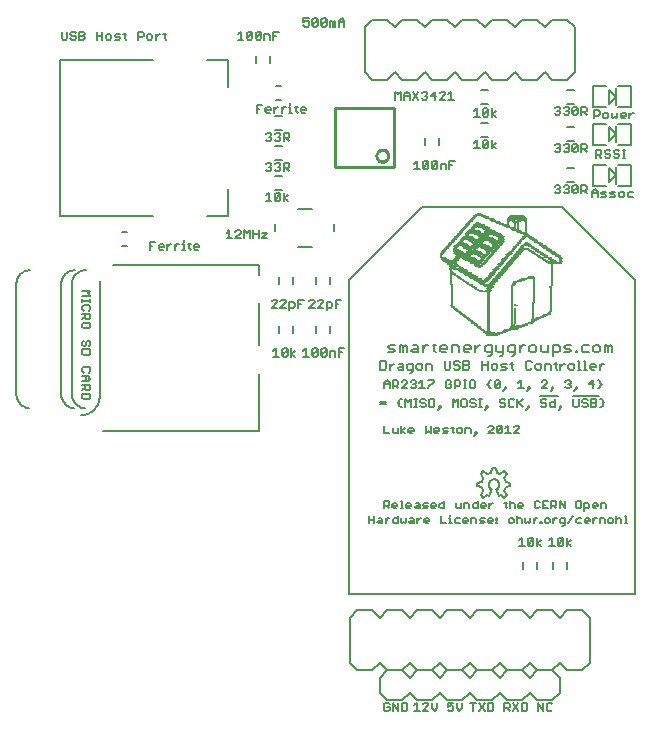
<source format=gto>
G75*
G70*
%OFA0B0*%
%FSLAX24Y24*%
%IPPOS*%
%LPD*%
%AMOC8*
5,1,8,0,0,1.08239X$1,22.5*
%
%ADD10C,0.0050*%
%ADD11C,0.0070*%
%ADD12R,0.0250X0.0025*%
%ADD13R,0.0375X0.0025*%
%ADD14R,0.0175X0.0025*%
%ADD15R,0.0275X0.0025*%
%ADD16R,0.0575X0.0025*%
%ADD17R,0.0225X0.0025*%
%ADD18R,0.0150X0.0025*%
%ADD19R,0.0125X0.0025*%
%ADD20R,0.0100X0.0025*%
%ADD21R,0.0300X0.0025*%
%ADD22R,0.0325X0.0025*%
%ADD23R,0.0350X0.0025*%
%ADD24R,0.0450X0.0025*%
%ADD25R,0.0050X0.0025*%
%ADD26R,0.0200X0.0025*%
%ADD27R,0.0075X0.0025*%
%ADD28R,0.0025X0.0025*%
%ADD29R,0.0425X0.0025*%
%ADD30R,0.0500X0.0025*%
%ADD31R,0.0400X0.0025*%
%ADD32R,0.0475X0.0025*%
%ADD33R,0.0550X0.0025*%
%ADD34R,0.0525X0.0025*%
%ADD35R,0.0675X0.0025*%
%ADD36R,0.0625X0.0025*%
%ADD37R,0.0975X0.0025*%
%ADD38R,0.0650X0.0025*%
%ADD39R,0.0950X0.0025*%
%ADD40R,0.1225X0.0025*%
%ADD41R,0.1200X0.0025*%
%ADD42R,0.0900X0.0025*%
%ADD43R,0.1075X0.0025*%
%ADD44R,0.0600X0.0025*%
%ADD45C,0.0100*%
%ADD46C,0.0080*%
%ADD47C,0.0060*%
D10*
X003026Y010043D02*
X008221Y010043D01*
X008221Y011930D01*
X008699Y012518D02*
X008880Y012518D01*
X008789Y012518D02*
X008789Y012788D01*
X008699Y012698D01*
X008994Y012743D02*
X009039Y012788D01*
X009129Y012788D01*
X009174Y012743D01*
X008994Y012563D01*
X009039Y012518D01*
X009129Y012518D01*
X009174Y012563D01*
X009174Y012743D01*
X009289Y012788D02*
X009289Y012518D01*
X009289Y012608D02*
X009424Y012698D01*
X009289Y012608D02*
X009424Y012518D01*
X009699Y012518D02*
X009880Y012518D01*
X009789Y012518D02*
X009789Y012788D01*
X009699Y012698D01*
X009994Y012743D02*
X010039Y012788D01*
X010129Y012788D01*
X010174Y012743D01*
X009994Y012563D01*
X010039Y012518D01*
X010129Y012518D01*
X010174Y012563D01*
X010174Y012743D01*
X010289Y012743D02*
X010334Y012788D01*
X010424Y012788D01*
X010469Y012743D01*
X010289Y012563D01*
X010334Y012518D01*
X010424Y012518D01*
X010469Y012563D01*
X010469Y012743D01*
X010583Y012698D02*
X010718Y012698D01*
X010763Y012653D01*
X010763Y012518D01*
X010878Y012518D02*
X010878Y012788D01*
X011058Y012788D01*
X010968Y012653D02*
X010878Y012653D01*
X010583Y012698D02*
X010583Y012518D01*
X010289Y012563D02*
X010289Y012743D01*
X009994Y012743D02*
X009994Y012563D01*
X008994Y012563D02*
X008994Y012743D01*
X008221Y012887D02*
X008221Y014305D01*
X008637Y014368D02*
X008682Y014413D01*
X008772Y014413D01*
X008817Y014368D01*
X008817Y014323D01*
X008637Y014143D01*
X008817Y014143D01*
X008932Y014143D02*
X009112Y014323D01*
X009112Y014368D01*
X009067Y014413D01*
X008977Y014413D01*
X008932Y014368D01*
X008932Y014143D02*
X009112Y014143D01*
X009226Y014143D02*
X009361Y014143D01*
X009406Y014188D01*
X009406Y014278D01*
X009361Y014323D01*
X009226Y014323D01*
X009226Y014052D01*
X009521Y014143D02*
X009521Y014413D01*
X009701Y014413D01*
X009611Y014278D02*
X009521Y014278D01*
X009887Y014368D02*
X009932Y014413D01*
X010022Y014413D01*
X010067Y014368D01*
X010067Y014323D01*
X009887Y014143D01*
X010067Y014143D01*
X010182Y014143D02*
X010362Y014323D01*
X010362Y014368D01*
X010317Y014413D01*
X010227Y014413D01*
X010182Y014368D01*
X010182Y014143D02*
X010362Y014143D01*
X010476Y014143D02*
X010611Y014143D01*
X010656Y014188D01*
X010656Y014278D01*
X010611Y014323D01*
X010476Y014323D01*
X010476Y014052D01*
X010771Y014143D02*
X010771Y014413D01*
X010951Y014413D01*
X010861Y014278D02*
X010771Y014278D01*
X012262Y012370D02*
X012407Y012370D01*
X012455Y012322D01*
X012455Y012128D01*
X012407Y012080D01*
X012262Y012080D01*
X012262Y012370D01*
X012575Y012273D02*
X012575Y012080D01*
X012575Y012177D02*
X012672Y012273D01*
X012720Y012273D01*
X012884Y012273D02*
X012981Y012273D01*
X013029Y012225D01*
X013029Y012080D01*
X012884Y012080D01*
X012836Y012128D01*
X012884Y012177D01*
X013029Y012177D01*
X013149Y012225D02*
X013149Y012128D01*
X013197Y012080D01*
X013342Y012080D01*
X013342Y012032D02*
X013342Y012273D01*
X013197Y012273D01*
X013149Y012225D01*
X013246Y011983D02*
X013294Y011983D01*
X013342Y012032D01*
X013462Y012128D02*
X013510Y012080D01*
X013607Y012080D01*
X013655Y012128D01*
X013655Y012225D01*
X013607Y012273D01*
X013510Y012273D01*
X013462Y012225D01*
X013462Y012128D01*
X013775Y012080D02*
X013775Y012273D01*
X013920Y012273D01*
X013969Y012225D01*
X013969Y012080D01*
X014040Y011725D02*
X013860Y011725D01*
X014040Y011725D02*
X014040Y011680D01*
X013860Y011500D01*
X013860Y011455D01*
X013746Y011455D02*
X013565Y011455D01*
X013656Y011455D02*
X013656Y011725D01*
X013565Y011635D01*
X013451Y011635D02*
X013406Y011590D01*
X013451Y011545D01*
X013451Y011500D01*
X013406Y011455D01*
X013316Y011455D01*
X013271Y011500D01*
X013156Y011455D02*
X012976Y011455D01*
X013156Y011635D01*
X013156Y011680D01*
X013111Y011725D01*
X013021Y011725D01*
X012976Y011680D01*
X012862Y011680D02*
X012862Y011590D01*
X012817Y011545D01*
X012682Y011545D01*
X012772Y011545D02*
X012862Y011455D01*
X012682Y011455D02*
X012682Y011725D01*
X012817Y011725D01*
X012862Y011680D01*
X012567Y011635D02*
X012567Y011455D01*
X012567Y011590D02*
X012387Y011590D01*
X012387Y011635D02*
X012477Y011725D01*
X012567Y011635D01*
X012387Y011635D02*
X012387Y011455D01*
X012442Y011010D02*
X012262Y011010D01*
X012262Y010920D02*
X012442Y010920D01*
X012851Y010965D02*
X012896Y010920D01*
X012896Y010875D01*
X012941Y010830D01*
X012986Y010830D01*
X013097Y010830D02*
X013097Y011100D01*
X013187Y011010D01*
X013277Y011100D01*
X013277Y010830D01*
X013391Y010830D02*
X013481Y010830D01*
X013436Y010830D02*
X013436Y011100D01*
X013391Y011100D02*
X013481Y011100D01*
X013588Y011055D02*
X013633Y011100D01*
X013723Y011100D01*
X013768Y011055D01*
X013723Y010965D02*
X013768Y010920D01*
X013768Y010875D01*
X013723Y010830D01*
X013633Y010830D01*
X013588Y010875D01*
X013633Y010965D02*
X013723Y010965D01*
X013633Y010965D02*
X013588Y011010D01*
X013588Y011055D01*
X013882Y011055D02*
X013882Y010875D01*
X013927Y010830D01*
X014018Y010830D01*
X014063Y010875D01*
X014063Y011055D01*
X014018Y011100D01*
X013927Y011100D01*
X013882Y011055D01*
X014222Y010875D02*
X014222Y010830D01*
X014267Y010830D01*
X014267Y010875D01*
X014222Y010875D01*
X014267Y010830D02*
X014177Y010740D01*
X014668Y010830D02*
X014668Y011100D01*
X014758Y011010D01*
X014848Y011100D01*
X014848Y010830D01*
X014963Y010875D02*
X015008Y010830D01*
X015098Y010830D01*
X015143Y010875D01*
X015143Y011055D01*
X015098Y011100D01*
X015008Y011100D01*
X014963Y011055D01*
X014963Y010875D01*
X015258Y010875D02*
X015303Y010830D01*
X015393Y010830D01*
X015438Y010875D01*
X015438Y010920D01*
X015393Y010965D01*
X015303Y010965D01*
X015258Y011010D01*
X015258Y011055D01*
X015303Y011100D01*
X015393Y011100D01*
X015438Y011055D01*
X015552Y011100D02*
X015642Y011100D01*
X015597Y011100D02*
X015597Y010830D01*
X015552Y010830D02*
X015642Y010830D01*
X015749Y010740D02*
X015839Y010830D01*
X015794Y010830D01*
X015794Y010875D01*
X015839Y010875D01*
X015839Y010830D01*
X016240Y010875D02*
X016285Y010830D01*
X016375Y010830D01*
X016420Y010875D01*
X016420Y010920D01*
X016375Y010965D01*
X016285Y010965D01*
X016240Y011010D01*
X016240Y011055D01*
X016285Y011100D01*
X016375Y011100D01*
X016420Y011055D01*
X016534Y011055D02*
X016579Y011100D01*
X016669Y011100D01*
X016714Y011055D01*
X016829Y011100D02*
X016829Y010830D01*
X016829Y010920D02*
X017009Y011100D01*
X016874Y010965D02*
X017009Y010830D01*
X017124Y010740D02*
X017214Y010830D01*
X017169Y010830D01*
X017169Y010875D01*
X017214Y010875D01*
X017214Y010830D01*
X017615Y010875D02*
X017660Y010830D01*
X017750Y010830D01*
X017795Y010875D01*
X017795Y010920D01*
X017750Y010965D01*
X017660Y010965D01*
X017615Y011010D01*
X017615Y011055D01*
X017660Y011100D01*
X017750Y011100D01*
X017795Y011055D01*
X017909Y010965D02*
X017954Y011010D01*
X018090Y011010D01*
X018090Y011100D02*
X018090Y010830D01*
X017954Y010830D01*
X017909Y010875D01*
X017909Y010965D01*
X018179Y011200D02*
X017590Y011200D01*
X017641Y011455D02*
X017822Y011635D01*
X017822Y011680D01*
X017777Y011725D01*
X017687Y011725D01*
X017641Y011680D01*
X017641Y011455D02*
X017822Y011455D01*
X017936Y011365D02*
X018026Y011455D01*
X017981Y011455D01*
X017981Y011500D01*
X018026Y011500D01*
X018026Y011455D01*
X018427Y011500D02*
X018472Y011455D01*
X018562Y011455D01*
X018607Y011500D01*
X018607Y011545D01*
X018562Y011590D01*
X018517Y011590D01*
X018562Y011590D02*
X018607Y011635D01*
X018607Y011680D01*
X018562Y011725D01*
X018472Y011725D01*
X018427Y011680D01*
X018767Y011500D02*
X018767Y011455D01*
X018812Y011455D01*
X018812Y011500D01*
X018767Y011500D01*
X018812Y011455D02*
X018722Y011365D01*
X018670Y011200D02*
X019554Y011200D01*
X019579Y011100D02*
X019624Y011100D01*
X019669Y011055D01*
X019669Y011010D01*
X019714Y010965D01*
X019669Y010920D01*
X019669Y010875D01*
X019624Y010830D01*
X019579Y010830D01*
X019465Y010875D02*
X019420Y010830D01*
X019284Y010830D01*
X019284Y011100D01*
X019420Y011100D01*
X019465Y011055D01*
X019465Y011010D01*
X019420Y010965D01*
X019284Y010965D01*
X019170Y010920D02*
X019170Y010875D01*
X019125Y010830D01*
X019035Y010830D01*
X018990Y010875D01*
X019035Y010965D02*
X019125Y010965D01*
X019170Y010920D01*
X019170Y011055D02*
X019125Y011100D01*
X019035Y011100D01*
X018990Y011055D01*
X018990Y011010D01*
X019035Y010965D01*
X018875Y010875D02*
X018875Y011100D01*
X018695Y011100D02*
X018695Y010875D01*
X018740Y010830D01*
X018830Y010830D01*
X018875Y010875D01*
X019420Y010965D02*
X019465Y010920D01*
X019465Y010875D01*
X019508Y011455D02*
X019553Y011455D01*
X019598Y011500D01*
X019598Y011545D01*
X019643Y011590D01*
X019598Y011635D01*
X019598Y011680D01*
X019553Y011725D01*
X019508Y011725D01*
X019348Y011725D02*
X019348Y011455D01*
X019393Y011590D02*
X019213Y011590D01*
X019348Y011725D01*
X019302Y012080D02*
X019254Y012128D01*
X019254Y012225D01*
X019302Y012273D01*
X019399Y012273D01*
X019447Y012225D01*
X019447Y012177D01*
X019254Y012177D01*
X019302Y012080D02*
X019399Y012080D01*
X019567Y012080D02*
X019567Y012273D01*
X019567Y012177D02*
X019664Y012273D01*
X019712Y012273D01*
X019142Y012080D02*
X019045Y012080D01*
X019093Y012080D02*
X019093Y012370D01*
X019045Y012370D01*
X018885Y012370D02*
X018885Y012080D01*
X018933Y012080D02*
X018836Y012080D01*
X018717Y012128D02*
X018717Y012225D01*
X018668Y012273D01*
X018572Y012273D01*
X018523Y012225D01*
X018523Y012128D01*
X018572Y012080D01*
X018668Y012080D01*
X018717Y012128D01*
X018836Y012370D02*
X018885Y012370D01*
X018407Y012273D02*
X018359Y012273D01*
X018262Y012177D01*
X018262Y012273D02*
X018262Y012080D01*
X018150Y012080D02*
X018102Y012128D01*
X018102Y012322D01*
X018054Y012273D02*
X018150Y012273D01*
X017934Y012225D02*
X017934Y012080D01*
X017934Y012225D02*
X017886Y012273D01*
X017741Y012273D01*
X017741Y012080D01*
X017621Y012128D02*
X017621Y012225D01*
X017573Y012273D01*
X017476Y012273D01*
X017427Y012225D01*
X017427Y012128D01*
X017476Y012080D01*
X017573Y012080D01*
X017621Y012128D01*
X017308Y012128D02*
X017260Y012080D01*
X017163Y012080D01*
X017114Y012128D01*
X017114Y012322D01*
X017163Y012370D01*
X017260Y012370D01*
X017308Y012322D01*
X016689Y012273D02*
X016593Y012273D01*
X016641Y012322D02*
X016641Y012128D01*
X016689Y012080D01*
X016473Y012128D02*
X016425Y012177D01*
X016328Y012177D01*
X016280Y012225D01*
X016328Y012273D01*
X016473Y012273D01*
X016473Y012128D02*
X016425Y012080D01*
X016280Y012080D01*
X016160Y012128D02*
X016160Y012225D01*
X016112Y012273D01*
X016015Y012273D01*
X015967Y012225D01*
X015967Y012128D01*
X016015Y012080D01*
X016112Y012080D01*
X016160Y012128D01*
X015847Y012080D02*
X015847Y012370D01*
X015847Y012225D02*
X015653Y012225D01*
X015653Y012080D02*
X015653Y012370D01*
X015221Y012322D02*
X015221Y012273D01*
X015172Y012225D01*
X015027Y012225D01*
X014908Y012177D02*
X014908Y012128D01*
X014859Y012080D01*
X014763Y012080D01*
X014714Y012128D01*
X014763Y012225D02*
X014714Y012273D01*
X014714Y012322D01*
X014763Y012370D01*
X014859Y012370D01*
X014908Y012322D01*
X014859Y012225D02*
X014908Y012177D01*
X014859Y012225D02*
X014763Y012225D01*
X014595Y012128D02*
X014595Y012370D01*
X014401Y012370D02*
X014401Y012128D01*
X014450Y012080D01*
X014546Y012080D01*
X014595Y012128D01*
X014585Y011725D02*
X014494Y011725D01*
X014449Y011680D01*
X014449Y011500D01*
X014494Y011455D01*
X014585Y011455D01*
X014630Y011500D01*
X014630Y011590D01*
X014540Y011590D01*
X014630Y011680D02*
X014585Y011725D01*
X014744Y011725D02*
X014744Y011455D01*
X014744Y011545D02*
X014879Y011545D01*
X014924Y011590D01*
X014924Y011680D01*
X014879Y011725D01*
X014744Y011725D01*
X015039Y011725D02*
X015129Y011725D01*
X015084Y011725D02*
X015084Y011455D01*
X015039Y011455D02*
X015129Y011455D01*
X015235Y011500D02*
X015235Y011680D01*
X015280Y011725D01*
X015370Y011725D01*
X015415Y011680D01*
X015415Y011500D01*
X015370Y011455D01*
X015280Y011455D01*
X015235Y011500D01*
X015172Y012080D02*
X015027Y012080D01*
X015027Y012370D01*
X015172Y012370D01*
X015221Y012322D01*
X015172Y012225D02*
X015221Y012177D01*
X015221Y012128D01*
X015172Y012080D01*
X015870Y011680D02*
X015870Y011635D01*
X015824Y011590D01*
X015870Y011545D01*
X015870Y011500D01*
X015915Y011455D01*
X015960Y011455D01*
X016070Y011500D02*
X016070Y011680D01*
X016115Y011725D01*
X016205Y011725D01*
X016250Y011680D01*
X016070Y011500D01*
X016115Y011455D01*
X016205Y011455D01*
X016250Y011500D01*
X016250Y011680D01*
X016410Y011500D02*
X016410Y011455D01*
X016455Y011455D01*
X016455Y011500D01*
X016410Y011500D01*
X016455Y011455D02*
X016365Y011365D01*
X016534Y011055D02*
X016534Y010875D01*
X016579Y010830D01*
X016669Y010830D01*
X016714Y010875D01*
X016856Y011455D02*
X017036Y011455D01*
X016946Y011455D02*
X016946Y011725D01*
X016856Y011635D01*
X017195Y011500D02*
X017195Y011455D01*
X017240Y011455D01*
X017240Y011500D01*
X017195Y011500D01*
X017240Y011455D02*
X017150Y011365D01*
X016846Y010215D02*
X016759Y010215D01*
X016716Y010172D01*
X016846Y010215D02*
X016890Y010172D01*
X016890Y010128D01*
X016716Y009955D01*
X016890Y009955D01*
X016604Y009955D02*
X016431Y009955D01*
X016517Y009955D02*
X016517Y010215D01*
X016431Y010128D01*
X016319Y010172D02*
X016145Y009998D01*
X016189Y009955D01*
X016275Y009955D01*
X016319Y009998D01*
X016319Y010172D01*
X016275Y010215D01*
X016189Y010215D01*
X016145Y010172D01*
X016145Y009998D01*
X016033Y009955D02*
X015860Y009955D01*
X016033Y010128D01*
X016033Y010172D01*
X015990Y010215D01*
X015903Y010215D01*
X015860Y010172D01*
X015471Y009998D02*
X015427Y009998D01*
X015427Y009955D01*
X015471Y009955D01*
X015471Y009998D01*
X015471Y009955D02*
X015384Y009868D01*
X015272Y009955D02*
X015272Y010085D01*
X015229Y010128D01*
X015099Y010128D01*
X015099Y009955D01*
X014987Y009998D02*
X014987Y010085D01*
X014943Y010128D01*
X014857Y010128D01*
X014813Y010085D01*
X014813Y009998D01*
X014857Y009955D01*
X014943Y009955D01*
X014987Y009998D01*
X014710Y009955D02*
X014666Y009998D01*
X014666Y010172D01*
X014623Y010128D02*
X014710Y010128D01*
X014511Y010128D02*
X014381Y010128D01*
X014337Y010085D01*
X014381Y010042D01*
X014468Y010042D01*
X014511Y009998D01*
X014468Y009955D01*
X014337Y009955D01*
X014225Y010042D02*
X014052Y010042D01*
X014052Y010085D02*
X014095Y010128D01*
X014182Y010128D01*
X014225Y010085D01*
X014225Y010042D01*
X014182Y009955D02*
X014095Y009955D01*
X014052Y009998D01*
X014052Y010085D01*
X013940Y009955D02*
X013940Y010215D01*
X013767Y010215D02*
X013767Y009955D01*
X013853Y010042D01*
X013940Y009955D01*
X013369Y010042D02*
X013196Y010042D01*
X013196Y010085D02*
X013239Y010128D01*
X013326Y010128D01*
X013369Y010085D01*
X013369Y010042D01*
X013326Y009955D02*
X013239Y009955D01*
X013196Y009998D01*
X013196Y010085D01*
X013088Y010128D02*
X012958Y010042D01*
X013088Y009955D01*
X012958Y009955D02*
X012958Y010215D01*
X012846Y010128D02*
X012846Y009955D01*
X012716Y009955D01*
X012672Y009998D01*
X012672Y010128D01*
X012560Y009955D02*
X012387Y009955D01*
X012387Y010215D01*
X012851Y010965D02*
X012896Y011010D01*
X012896Y011055D01*
X012941Y011100D01*
X012986Y011100D01*
X013361Y011590D02*
X013406Y011590D01*
X013451Y011635D02*
X013451Y011680D01*
X013406Y011725D01*
X013316Y011725D01*
X013271Y011680D01*
X015870Y011680D02*
X015915Y011725D01*
X015960Y011725D01*
X018249Y010875D02*
X018249Y010830D01*
X018294Y010830D01*
X018294Y010875D01*
X018249Y010875D01*
X018294Y010830D02*
X018204Y010740D01*
X018234Y007705D02*
X018401Y007455D01*
X018401Y007705D01*
X018234Y007705D02*
X018234Y007455D01*
X018124Y007455D02*
X018041Y007538D01*
X018083Y007538D02*
X017958Y007538D01*
X017958Y007455D02*
X017958Y007705D01*
X018083Y007705D01*
X018124Y007664D01*
X018124Y007580D01*
X018083Y007538D01*
X017848Y007455D02*
X017681Y007455D01*
X017681Y007705D01*
X017848Y007705D01*
X017765Y007580D02*
X017681Y007580D01*
X017572Y007497D02*
X017530Y007455D01*
X017447Y007455D01*
X017405Y007497D01*
X017405Y007664D01*
X017447Y007705D01*
X017530Y007705D01*
X017572Y007664D01*
X017491Y007122D02*
X017449Y007122D01*
X017366Y007038D01*
X017366Y006955D02*
X017366Y007122D01*
X017256Y007122D02*
X017256Y006997D01*
X017214Y006955D01*
X017173Y006997D01*
X017131Y006955D01*
X017089Y006997D01*
X017089Y007122D01*
X016980Y007080D02*
X016980Y006955D01*
X016980Y007080D02*
X016938Y007122D01*
X016855Y007122D01*
X016813Y007080D01*
X016704Y007080D02*
X016662Y007122D01*
X016579Y007122D01*
X016537Y007080D01*
X016537Y006997D01*
X016579Y006955D01*
X016662Y006955D01*
X016704Y006997D01*
X016704Y007080D01*
X016813Y007205D02*
X016813Y006955D01*
X016743Y007455D02*
X016743Y007580D01*
X016702Y007622D01*
X016618Y007622D01*
X016576Y007580D01*
X016476Y007622D02*
X016392Y007622D01*
X016434Y007664D02*
X016434Y007497D01*
X016476Y007455D01*
X016576Y007455D02*
X016576Y007705D01*
X016853Y007580D02*
X016894Y007622D01*
X016978Y007622D01*
X017019Y007580D01*
X017019Y007538D01*
X016853Y007538D01*
X016853Y007497D02*
X016853Y007580D01*
X016853Y007497D02*
X016894Y007455D01*
X016978Y007455D01*
X017596Y006997D02*
X017637Y006997D01*
X017637Y006955D01*
X017596Y006955D01*
X017596Y006997D01*
X017734Y006997D02*
X017776Y006955D01*
X017859Y006955D01*
X017901Y006997D01*
X017901Y007080D01*
X017859Y007122D01*
X017776Y007122D01*
X017734Y007080D01*
X017734Y006997D01*
X018010Y007038D02*
X018093Y007122D01*
X018135Y007122D01*
X018240Y007080D02*
X018240Y006997D01*
X018282Y006955D01*
X018407Y006955D01*
X018407Y006913D02*
X018407Y007122D01*
X018282Y007122D01*
X018240Y007080D01*
X018324Y006872D02*
X018365Y006872D01*
X018407Y006913D01*
X018517Y006955D02*
X018683Y007205D01*
X018793Y007080D02*
X018793Y006997D01*
X018834Y006955D01*
X018960Y006955D01*
X019069Y006997D02*
X019069Y007080D01*
X019111Y007122D01*
X019194Y007122D01*
X019236Y007080D01*
X019236Y007038D01*
X019069Y007038D01*
X019069Y006997D02*
X019111Y006955D01*
X019194Y006955D01*
X019345Y006955D02*
X019345Y007122D01*
X019345Y007038D02*
X019429Y007122D01*
X019470Y007122D01*
X019575Y007122D02*
X019701Y007122D01*
X019742Y007080D01*
X019742Y006955D01*
X019852Y006997D02*
X019893Y006955D01*
X019977Y006955D01*
X020018Y006997D01*
X020018Y007080D01*
X019977Y007122D01*
X019893Y007122D01*
X019852Y007080D01*
X019852Y006997D01*
X020128Y006955D02*
X020128Y007205D01*
X020170Y007122D02*
X020128Y007080D01*
X020170Y007122D02*
X020253Y007122D01*
X020295Y007080D01*
X020295Y006955D01*
X020404Y006955D02*
X020488Y006955D01*
X020446Y006955D02*
X020446Y007205D01*
X020404Y007205D01*
X019782Y007455D02*
X019782Y007580D01*
X019740Y007622D01*
X019615Y007622D01*
X019615Y007455D01*
X019506Y007538D02*
X019339Y007538D01*
X019339Y007497D02*
X019339Y007580D01*
X019380Y007622D01*
X019464Y007622D01*
X019506Y007580D01*
X019506Y007538D01*
X019464Y007455D02*
X019380Y007455D01*
X019339Y007497D01*
X019229Y007497D02*
X019188Y007455D01*
X019063Y007455D01*
X019063Y007372D02*
X019063Y007622D01*
X019188Y007622D01*
X019229Y007580D01*
X019229Y007497D01*
X018953Y007497D02*
X018953Y007664D01*
X018911Y007705D01*
X018828Y007705D01*
X018786Y007664D01*
X018786Y007497D01*
X018828Y007455D01*
X018911Y007455D01*
X018953Y007497D01*
X018960Y007122D02*
X018834Y007122D01*
X018793Y007080D01*
X018476Y006475D02*
X018476Y006205D01*
X018476Y006295D02*
X018611Y006385D01*
X018476Y006295D02*
X018611Y006205D01*
X018362Y006250D02*
X018362Y006430D01*
X018182Y006250D01*
X018227Y006205D01*
X018317Y006205D01*
X018362Y006250D01*
X018362Y006430D02*
X018317Y006475D01*
X018227Y006475D01*
X018182Y006430D01*
X018182Y006250D01*
X018067Y006205D02*
X017887Y006205D01*
X017977Y006205D02*
X017977Y006475D01*
X017887Y006385D01*
X017611Y006385D02*
X017476Y006295D01*
X017611Y006205D01*
X017476Y006205D02*
X017476Y006475D01*
X017362Y006430D02*
X017182Y006250D01*
X017227Y006205D01*
X017317Y006205D01*
X017362Y006250D01*
X017362Y006430D01*
X017317Y006475D01*
X017227Y006475D01*
X017182Y006430D01*
X017182Y006250D01*
X017067Y006205D02*
X016887Y006205D01*
X016977Y006205D02*
X016977Y006475D01*
X016887Y006385D01*
X016164Y006955D02*
X016122Y006955D01*
X016122Y006997D01*
X016164Y006997D01*
X016164Y006955D01*
X016164Y007080D02*
X016122Y007080D01*
X016122Y007122D01*
X016164Y007122D01*
X016164Y007080D01*
X016013Y007080D02*
X016013Y007038D01*
X015846Y007038D01*
X015846Y006997D02*
X015846Y007080D01*
X015888Y007122D01*
X015971Y007122D01*
X016013Y007080D01*
X015971Y006955D02*
X015888Y006955D01*
X015846Y006997D01*
X015737Y006997D02*
X015695Y007038D01*
X015612Y007038D01*
X015570Y007080D01*
X015612Y007122D01*
X015737Y007122D01*
X015737Y006997D02*
X015695Y006955D01*
X015570Y006955D01*
X015461Y006955D02*
X015461Y007080D01*
X015419Y007122D01*
X015294Y007122D01*
X015294Y006955D01*
X015184Y007038D02*
X015018Y007038D01*
X015018Y006997D02*
X015018Y007080D01*
X015059Y007122D01*
X015143Y007122D01*
X015184Y007080D01*
X015184Y007038D01*
X015143Y006955D02*
X015059Y006955D01*
X015018Y006997D01*
X014908Y006955D02*
X014783Y006955D01*
X014741Y006997D01*
X014741Y007080D01*
X014783Y007122D01*
X014908Y007122D01*
X014599Y007122D02*
X014599Y006955D01*
X014557Y006955D02*
X014641Y006955D01*
X014599Y007122D02*
X014557Y007122D01*
X014599Y007205D02*
X014599Y007247D01*
X014395Y007455D02*
X014270Y007455D01*
X014228Y007497D01*
X014228Y007580D01*
X014270Y007622D01*
X014395Y007622D01*
X014395Y007705D02*
X014395Y007455D01*
X014281Y007205D02*
X014281Y006955D01*
X014448Y006955D01*
X013895Y007038D02*
X013728Y007038D01*
X013728Y006997D02*
X013728Y007080D01*
X013770Y007122D01*
X013854Y007122D01*
X013895Y007080D01*
X013895Y007038D01*
X013854Y006955D02*
X013770Y006955D01*
X013728Y006997D01*
X013623Y007122D02*
X013582Y007122D01*
X013498Y007038D01*
X013498Y006955D02*
X013498Y007122D01*
X013389Y007080D02*
X013389Y006955D01*
X013264Y006955D01*
X013222Y006997D01*
X013264Y007038D01*
X013389Y007038D01*
X013389Y007080D02*
X013347Y007122D01*
X013264Y007122D01*
X013113Y007122D02*
X013113Y006997D01*
X013071Y006955D01*
X013029Y006997D01*
X012987Y006955D01*
X012946Y006997D01*
X012946Y007122D01*
X012836Y007122D02*
X012711Y007122D01*
X012670Y007080D01*
X012670Y006997D01*
X012711Y006955D01*
X012836Y006955D01*
X012836Y007205D01*
X012788Y007455D02*
X012705Y007455D01*
X012663Y007497D01*
X012663Y007580D01*
X012705Y007622D01*
X012788Y007622D01*
X012830Y007580D01*
X012830Y007538D01*
X012663Y007538D01*
X012554Y007580D02*
X012554Y007664D01*
X012512Y007705D01*
X012387Y007705D01*
X012387Y007455D01*
X012387Y007538D02*
X012512Y007538D01*
X012554Y007580D01*
X012470Y007538D02*
X012554Y007455D01*
X012564Y007122D02*
X012523Y007122D01*
X012439Y007038D01*
X012439Y006955D02*
X012439Y007122D01*
X012330Y007080D02*
X012330Y006955D01*
X012205Y006955D01*
X012163Y006997D01*
X012205Y007038D01*
X012330Y007038D01*
X012330Y007080D02*
X012288Y007122D01*
X012205Y007122D01*
X012054Y007080D02*
X011887Y007080D01*
X011887Y006955D02*
X011887Y007205D01*
X012054Y007205D02*
X012054Y006955D01*
X012939Y007455D02*
X013023Y007455D01*
X012981Y007455D02*
X012981Y007705D01*
X012939Y007705D01*
X013124Y007580D02*
X013165Y007622D01*
X013249Y007622D01*
X013290Y007580D01*
X013290Y007538D01*
X013124Y007538D01*
X013124Y007497D02*
X013124Y007580D01*
X013124Y007497D02*
X013165Y007455D01*
X013249Y007455D01*
X013400Y007497D02*
X013441Y007538D01*
X013567Y007538D01*
X013567Y007580D02*
X013567Y007455D01*
X013441Y007455D01*
X013400Y007497D01*
X013441Y007622D02*
X013525Y007622D01*
X013567Y007580D01*
X013676Y007580D02*
X013718Y007622D01*
X013843Y007622D01*
X013801Y007538D02*
X013718Y007538D01*
X013676Y007580D01*
X013676Y007455D02*
X013801Y007455D01*
X013843Y007497D01*
X013801Y007538D01*
X013952Y007538D02*
X014119Y007538D01*
X014119Y007580D01*
X014077Y007622D01*
X013994Y007622D01*
X013952Y007580D01*
X013952Y007497D01*
X013994Y007455D01*
X014077Y007455D01*
X014781Y007497D02*
X014823Y007455D01*
X014948Y007455D01*
X014948Y007622D01*
X015057Y007622D02*
X015182Y007622D01*
X015224Y007580D01*
X015224Y007455D01*
X015333Y007497D02*
X015333Y007580D01*
X015375Y007622D01*
X015500Y007622D01*
X015500Y007705D02*
X015500Y007455D01*
X015375Y007455D01*
X015333Y007497D01*
X015057Y007455D02*
X015057Y007622D01*
X014781Y007622D02*
X014781Y007497D01*
X015610Y007497D02*
X015610Y007580D01*
X015651Y007622D01*
X015735Y007622D01*
X015776Y007580D01*
X015776Y007538D01*
X015610Y007538D01*
X015610Y007497D02*
X015651Y007455D01*
X015735Y007455D01*
X015886Y007455D02*
X015886Y007622D01*
X015969Y007622D02*
X016011Y007622D01*
X015969Y007622D02*
X015886Y007538D01*
X018010Y007122D02*
X018010Y006955D01*
X019575Y006955D02*
X019575Y007122D01*
X017942Y000975D02*
X017852Y000975D01*
X017807Y000930D01*
X017807Y000750D01*
X017852Y000705D01*
X017942Y000705D01*
X017987Y000750D01*
X017987Y000930D02*
X017942Y000975D01*
X017692Y000975D02*
X017692Y000705D01*
X017512Y000975D01*
X017512Y000705D01*
X017156Y000750D02*
X017156Y000930D01*
X017111Y000975D01*
X016976Y000975D01*
X016976Y000705D01*
X017111Y000705D01*
X017156Y000750D01*
X016862Y000705D02*
X016682Y000975D01*
X016567Y000930D02*
X016567Y000840D01*
X016522Y000795D01*
X016387Y000795D01*
X016477Y000795D02*
X016567Y000705D01*
X016682Y000705D02*
X016862Y000975D01*
X016567Y000930D02*
X016522Y000975D01*
X016387Y000975D01*
X016387Y000705D01*
X016031Y000750D02*
X015986Y000705D01*
X015851Y000705D01*
X015851Y000975D01*
X015986Y000975D01*
X016031Y000930D01*
X016031Y000750D01*
X015737Y000705D02*
X015557Y000975D01*
X015442Y000975D02*
X015262Y000975D01*
X015352Y000975D02*
X015352Y000705D01*
X015557Y000705D02*
X015737Y000975D01*
X014987Y000975D02*
X014987Y000795D01*
X014897Y000705D01*
X014807Y000795D01*
X014807Y000975D01*
X014692Y000975D02*
X014512Y000975D01*
X014512Y000840D01*
X014602Y000885D01*
X014647Y000885D01*
X014692Y000840D01*
X014692Y000750D01*
X014647Y000705D01*
X014557Y000705D01*
X014512Y000750D01*
X014156Y000795D02*
X014156Y000975D01*
X013976Y000975D02*
X013976Y000795D01*
X014066Y000705D01*
X014156Y000795D01*
X013862Y000705D02*
X013682Y000705D01*
X013862Y000885D01*
X013862Y000930D01*
X013817Y000975D01*
X013727Y000975D01*
X013682Y000930D01*
X013477Y000975D02*
X013477Y000705D01*
X013387Y000705D02*
X013567Y000705D01*
X013387Y000885D02*
X013477Y000975D01*
X013156Y000930D02*
X013111Y000975D01*
X012976Y000975D01*
X012976Y000705D01*
X013111Y000705D01*
X013156Y000750D01*
X013156Y000930D01*
X012862Y000975D02*
X012862Y000705D01*
X012682Y000975D01*
X012682Y000705D01*
X012567Y000750D02*
X012567Y000840D01*
X012477Y000840D01*
X012567Y000750D02*
X012522Y000705D01*
X012432Y000705D01*
X012387Y000750D01*
X012387Y000930D01*
X012432Y000975D01*
X012522Y000975D01*
X012567Y000930D01*
X002906Y011192D02*
X002906Y015042D01*
X002595Y014718D02*
X002505Y014627D01*
X002595Y014537D01*
X002324Y014537D01*
X002324Y014423D02*
X002324Y014333D01*
X002324Y014378D02*
X002595Y014378D01*
X002595Y014423D02*
X002595Y014333D01*
X002550Y014226D02*
X002369Y014226D01*
X002324Y014181D01*
X002324Y014091D01*
X002369Y014046D01*
X002324Y013932D02*
X002595Y013932D01*
X002595Y013797D01*
X002550Y013752D01*
X002459Y013752D01*
X002414Y013797D01*
X002414Y013932D01*
X002414Y013842D02*
X002324Y013752D01*
X002369Y013637D02*
X002324Y013592D01*
X002324Y013502D01*
X002369Y013457D01*
X002550Y013457D01*
X002595Y013502D01*
X002595Y013592D01*
X002550Y013637D01*
X002369Y013637D01*
X002550Y014046D02*
X002595Y014091D01*
X002595Y014181D01*
X002550Y014226D01*
X002595Y014718D02*
X002324Y014718D01*
X001977Y014925D02*
X001979Y014966D01*
X001984Y015007D01*
X001993Y015047D01*
X002005Y015086D01*
X002021Y015124D01*
X002040Y015161D01*
X002062Y015196D01*
X002087Y015228D01*
X002115Y015259D01*
X002146Y015287D01*
X002178Y015312D01*
X002213Y015334D01*
X002250Y015353D01*
X002288Y015369D01*
X002327Y015381D01*
X002367Y015390D01*
X002408Y015395D01*
X002449Y015397D01*
X002095Y015397D02*
X002054Y015395D01*
X002013Y015390D01*
X001973Y015381D01*
X001934Y015369D01*
X001896Y015353D01*
X001859Y015334D01*
X001824Y015312D01*
X001792Y015287D01*
X001761Y015259D01*
X001733Y015228D01*
X001708Y015196D01*
X001686Y015161D01*
X001667Y015124D01*
X001651Y015086D01*
X001639Y015047D01*
X001630Y015007D01*
X001625Y014966D01*
X001623Y014925D01*
X001623Y011303D01*
X001977Y011303D02*
X001977Y014925D01*
X003364Y015555D02*
X008221Y015555D01*
X008221Y015231D01*
X008201Y016455D02*
X008201Y016725D01*
X008201Y016590D02*
X008021Y016590D01*
X008021Y016455D02*
X008021Y016725D01*
X007906Y016725D02*
X007906Y016455D01*
X007726Y016455D02*
X007726Y016725D01*
X007816Y016635D01*
X007906Y016725D01*
X007612Y016680D02*
X007567Y016725D01*
X007477Y016725D01*
X007432Y016680D01*
X007612Y016680D02*
X007612Y016635D01*
X007432Y016455D01*
X007612Y016455D01*
X007317Y016455D02*
X007137Y016455D01*
X007227Y016455D02*
X007227Y016725D01*
X007137Y016635D01*
X006228Y016215D02*
X006228Y016170D01*
X006048Y016170D01*
X006048Y016125D02*
X006048Y016215D01*
X006093Y016260D01*
X006183Y016260D01*
X006228Y016215D01*
X006183Y016080D02*
X006093Y016080D01*
X006048Y016125D01*
X005941Y016080D02*
X005896Y016125D01*
X005896Y016305D01*
X005851Y016260D02*
X005941Y016260D01*
X005700Y016260D02*
X005700Y016080D01*
X005655Y016080D02*
X005745Y016080D01*
X005700Y016260D02*
X005655Y016260D01*
X005700Y016350D02*
X005700Y016395D01*
X005544Y016260D02*
X005499Y016260D01*
X005409Y016170D01*
X005409Y016080D02*
X005409Y016260D01*
X005299Y016260D02*
X005254Y016260D01*
X005164Y016170D01*
X005164Y016080D02*
X005164Y016260D01*
X005049Y016215D02*
X005004Y016260D01*
X004914Y016260D01*
X004869Y016215D01*
X004869Y016125D01*
X004914Y016080D01*
X005004Y016080D01*
X005049Y016170D02*
X004869Y016170D01*
X005049Y016170D02*
X005049Y016215D01*
X004755Y016350D02*
X004574Y016350D01*
X004574Y016080D01*
X004574Y016215D02*
X004664Y016215D01*
X002550Y013048D02*
X002505Y013048D01*
X002459Y013003D01*
X002459Y012913D01*
X002414Y012868D01*
X002369Y012868D01*
X002324Y012913D01*
X002324Y013003D01*
X002369Y013048D01*
X002550Y013048D02*
X002595Y013003D01*
X002595Y012913D01*
X002550Y012868D01*
X002595Y012753D02*
X002324Y012753D01*
X002324Y012618D01*
X002369Y012573D01*
X002550Y012573D01*
X002595Y012618D01*
X002595Y012753D01*
X002550Y012164D02*
X002369Y012164D01*
X002324Y012119D01*
X002324Y012029D01*
X002369Y011984D01*
X002324Y011869D02*
X002505Y011869D01*
X002595Y011779D01*
X002505Y011689D01*
X002324Y011689D01*
X002324Y011575D02*
X002595Y011575D01*
X002595Y011439D01*
X002550Y011394D01*
X002459Y011394D01*
X002414Y011439D01*
X002414Y011575D01*
X002414Y011484D02*
X002324Y011394D01*
X002324Y011280D02*
X002324Y011145D01*
X002369Y011100D01*
X002550Y011100D01*
X002595Y011145D01*
X002595Y011280D01*
X002324Y011280D01*
X002906Y011192D02*
X002904Y011143D01*
X002898Y011093D01*
X002889Y011045D01*
X002875Y010997D01*
X002858Y010951D01*
X002837Y010906D01*
X002813Y010863D01*
X002786Y010822D01*
X002755Y010783D01*
X002721Y010747D01*
X002685Y010713D01*
X002646Y010682D01*
X002605Y010655D01*
X002562Y010631D01*
X002517Y010610D01*
X002471Y010593D01*
X002423Y010579D01*
X002375Y010570D01*
X002325Y010564D01*
X002276Y010562D01*
X002410Y010792D02*
X002369Y010797D01*
X002328Y010806D01*
X002289Y010818D01*
X002250Y010834D01*
X002214Y010853D01*
X002179Y010875D01*
X002146Y010900D01*
X002115Y010927D01*
X002087Y010958D01*
X002062Y010991D01*
X002039Y011025D01*
X002020Y011062D01*
X002004Y011100D01*
X001992Y011139D01*
X001983Y011180D01*
X001977Y011221D01*
X001975Y011262D01*
X001977Y011303D01*
X001623Y011303D02*
X001621Y011262D01*
X001623Y011221D01*
X001629Y011180D01*
X001638Y011139D01*
X001650Y011100D01*
X001666Y011062D01*
X001685Y011025D01*
X001708Y010991D01*
X001733Y010958D01*
X001761Y010927D01*
X001792Y010900D01*
X001825Y010875D01*
X001860Y010853D01*
X001896Y010834D01*
X001935Y010818D01*
X001974Y010806D01*
X002015Y010797D01*
X002056Y010792D01*
X002459Y011689D02*
X002459Y011869D01*
X002550Y011984D02*
X002595Y012029D01*
X002595Y012119D01*
X002550Y012164D01*
X000560Y010792D02*
X000519Y010797D01*
X000478Y010806D01*
X000439Y010818D01*
X000400Y010834D01*
X000364Y010853D01*
X000329Y010875D01*
X000296Y010900D01*
X000265Y010927D01*
X000237Y010958D01*
X000212Y010991D01*
X000189Y011025D01*
X000170Y011062D01*
X000154Y011100D01*
X000142Y011139D01*
X000133Y011180D01*
X000127Y011221D01*
X000125Y011262D01*
X000127Y011303D01*
X000127Y014925D01*
X000129Y014966D01*
X000134Y015007D01*
X000143Y015047D01*
X000155Y015086D01*
X000171Y015124D01*
X000190Y015161D01*
X000212Y015196D01*
X000237Y015228D01*
X000265Y015259D01*
X000296Y015287D01*
X000328Y015312D01*
X000363Y015334D01*
X000400Y015353D01*
X000438Y015369D01*
X000477Y015381D01*
X000517Y015390D01*
X000558Y015395D01*
X000599Y015397D01*
X001682Y023080D02*
X001772Y023080D01*
X001817Y023125D01*
X001817Y023350D01*
X001932Y023305D02*
X001932Y023260D01*
X001977Y023215D01*
X002067Y023215D01*
X002112Y023170D01*
X002112Y023125D01*
X002067Y023080D01*
X001977Y023080D01*
X001932Y023125D01*
X001932Y023305D02*
X001977Y023350D01*
X002067Y023350D01*
X002112Y023305D01*
X002226Y023350D02*
X002226Y023080D01*
X002361Y023080D01*
X002406Y023125D01*
X002406Y023170D01*
X002361Y023215D01*
X002226Y023215D01*
X002226Y023350D02*
X002361Y023350D01*
X002406Y023305D01*
X002406Y023260D01*
X002361Y023215D01*
X002815Y023215D02*
X002996Y023215D01*
X003110Y023215D02*
X003110Y023125D01*
X003155Y023080D01*
X003245Y023080D01*
X003290Y023125D01*
X003290Y023215D01*
X003245Y023260D01*
X003155Y023260D01*
X003110Y023215D01*
X002996Y023350D02*
X002996Y023080D01*
X002815Y023080D02*
X002815Y023350D01*
X003405Y023215D02*
X003450Y023260D01*
X003585Y023260D01*
X003540Y023170D02*
X003450Y023170D01*
X003405Y023215D01*
X003405Y023080D02*
X003540Y023080D01*
X003585Y023125D01*
X003540Y023170D01*
X003699Y023260D02*
X003790Y023260D01*
X003744Y023305D02*
X003744Y023125D01*
X003790Y023080D01*
X004191Y023080D02*
X004191Y023350D01*
X004326Y023350D01*
X004371Y023305D01*
X004371Y023215D01*
X004326Y023170D01*
X004191Y023170D01*
X004485Y023125D02*
X004530Y023080D01*
X004620Y023080D01*
X004665Y023125D01*
X004665Y023215D01*
X004620Y023260D01*
X004530Y023260D01*
X004485Y023215D01*
X004485Y023125D01*
X004780Y023080D02*
X004780Y023260D01*
X004870Y023260D02*
X004915Y023260D01*
X004870Y023260D02*
X004780Y023170D01*
X005025Y023260D02*
X005115Y023260D01*
X005070Y023305D02*
X005070Y023125D01*
X005115Y023080D01*
X007512Y023080D02*
X007692Y023080D01*
X007602Y023080D02*
X007602Y023350D01*
X007512Y023260D01*
X007807Y023305D02*
X007807Y023125D01*
X007987Y023305D01*
X007987Y023125D01*
X007942Y023080D01*
X007852Y023080D01*
X007807Y023125D01*
X007807Y023305D02*
X007852Y023350D01*
X007942Y023350D01*
X007987Y023305D01*
X008101Y023305D02*
X008101Y023125D01*
X008281Y023305D01*
X008281Y023125D01*
X008236Y023080D01*
X008146Y023080D01*
X008101Y023125D01*
X008101Y023305D02*
X008146Y023350D01*
X008236Y023350D01*
X008281Y023305D01*
X008396Y023260D02*
X008531Y023260D01*
X008576Y023215D01*
X008576Y023080D01*
X008690Y023080D02*
X008690Y023350D01*
X008871Y023350D01*
X008781Y023215D02*
X008690Y023215D01*
X008396Y023260D02*
X008396Y023080D01*
X009699Y023563D02*
X009744Y023518D01*
X009834Y023518D01*
X009880Y023563D01*
X009880Y023653D01*
X009834Y023698D01*
X009789Y023698D01*
X009699Y023653D01*
X009699Y023788D01*
X009880Y023788D01*
X009994Y023743D02*
X009994Y023563D01*
X010174Y023743D01*
X010174Y023563D01*
X010129Y023518D01*
X010039Y023518D01*
X009994Y023563D01*
X009994Y023743D02*
X010039Y023788D01*
X010129Y023788D01*
X010174Y023743D01*
X010289Y023743D02*
X010289Y023563D01*
X010469Y023743D01*
X010469Y023563D01*
X010424Y023518D01*
X010334Y023518D01*
X010289Y023563D01*
X010289Y023743D02*
X010334Y023788D01*
X010424Y023788D01*
X010469Y023743D01*
X010583Y023698D02*
X010628Y023698D01*
X010673Y023653D01*
X010718Y023698D01*
X010763Y023653D01*
X010763Y023518D01*
X010673Y023518D02*
X010673Y023653D01*
X010583Y023698D02*
X010583Y023518D01*
X010878Y023518D02*
X010878Y023698D01*
X010968Y023788D01*
X011058Y023698D01*
X011058Y023518D01*
X011058Y023653D02*
X010878Y023653D01*
X012762Y021350D02*
X012852Y021260D01*
X012942Y021350D01*
X012942Y021080D01*
X013057Y021080D02*
X013057Y021260D01*
X013147Y021350D01*
X013237Y021260D01*
X013237Y021080D01*
X013351Y021080D02*
X013531Y021350D01*
X013646Y021305D02*
X013691Y021350D01*
X013781Y021350D01*
X013826Y021305D01*
X013826Y021260D01*
X013781Y021215D01*
X013826Y021170D01*
X013826Y021125D01*
X013781Y021080D01*
X013691Y021080D01*
X013646Y021125D01*
X013531Y021080D02*
X013351Y021350D01*
X013237Y021215D02*
X013057Y021215D01*
X012762Y021080D02*
X012762Y021350D01*
X013736Y021215D02*
X013781Y021215D01*
X013940Y021215D02*
X014121Y021215D01*
X014076Y021080D02*
X014076Y021350D01*
X013940Y021215D01*
X014235Y021305D02*
X014280Y021350D01*
X014370Y021350D01*
X014415Y021305D01*
X014415Y021260D01*
X014235Y021080D01*
X014415Y021080D01*
X014530Y021080D02*
X014710Y021080D01*
X014620Y021080D02*
X014620Y021350D01*
X014530Y021260D01*
X015387Y020698D02*
X015477Y020788D01*
X015477Y020518D01*
X015387Y020518D02*
X015567Y020518D01*
X015682Y020563D02*
X015682Y020743D01*
X015727Y020788D01*
X015817Y020788D01*
X015862Y020743D01*
X015682Y020563D01*
X015727Y020518D01*
X015817Y020518D01*
X015862Y020563D01*
X015862Y020743D01*
X015976Y020788D02*
X015976Y020518D01*
X015976Y020608D02*
X016111Y020698D01*
X015976Y020608D02*
X016111Y020518D01*
X015976Y019725D02*
X015976Y019455D01*
X015976Y019545D02*
X016111Y019635D01*
X015976Y019545D02*
X016111Y019455D01*
X015862Y019500D02*
X015817Y019455D01*
X015727Y019455D01*
X015682Y019500D01*
X015862Y019680D01*
X015862Y019500D01*
X015862Y019680D02*
X015817Y019725D01*
X015727Y019725D01*
X015682Y019680D01*
X015682Y019500D01*
X015567Y019455D02*
X015387Y019455D01*
X015477Y019455D02*
X015477Y019725D01*
X015387Y019635D01*
X014746Y019038D02*
X014565Y019038D01*
X014565Y018768D01*
X014451Y018768D02*
X014451Y018903D01*
X014406Y018948D01*
X014271Y018948D01*
X014271Y018768D01*
X014156Y018813D02*
X014111Y018768D01*
X014021Y018768D01*
X013976Y018813D01*
X014156Y018993D01*
X014156Y018813D01*
X014156Y018993D02*
X014111Y019038D01*
X014021Y019038D01*
X013976Y018993D01*
X013976Y018813D01*
X013862Y018813D02*
X013862Y018993D01*
X013682Y018813D01*
X013727Y018768D01*
X013817Y018768D01*
X013862Y018813D01*
X013862Y018993D02*
X013817Y019038D01*
X013727Y019038D01*
X013682Y018993D01*
X013682Y018813D01*
X013567Y018768D02*
X013387Y018768D01*
X013477Y018768D02*
X013477Y019038D01*
X013387Y018948D01*
X014565Y018903D02*
X014656Y018903D01*
X018074Y019375D02*
X018119Y019330D01*
X018209Y019330D01*
X018255Y019375D01*
X018255Y019420D01*
X018209Y019465D01*
X018164Y019465D01*
X018209Y019465D02*
X018255Y019510D01*
X018255Y019555D01*
X018209Y019600D01*
X018119Y019600D01*
X018074Y019555D01*
X018369Y019555D02*
X018414Y019600D01*
X018504Y019600D01*
X018549Y019555D01*
X018549Y019510D01*
X018504Y019465D01*
X018549Y019420D01*
X018549Y019375D01*
X018504Y019330D01*
X018414Y019330D01*
X018369Y019375D01*
X018459Y019465D02*
X018504Y019465D01*
X018664Y019375D02*
X018844Y019555D01*
X018844Y019375D01*
X018799Y019330D01*
X018709Y019330D01*
X018664Y019375D01*
X018664Y019555D01*
X018709Y019600D01*
X018799Y019600D01*
X018844Y019555D01*
X018958Y019600D02*
X018958Y019330D01*
X018958Y019420D02*
X019093Y019420D01*
X019138Y019465D01*
X019138Y019555D01*
X019093Y019600D01*
X018958Y019600D01*
X019048Y019420D02*
X019138Y019330D01*
X019449Y019413D02*
X019449Y019143D01*
X019449Y019233D02*
X019584Y019233D01*
X019630Y019278D01*
X019630Y019368D01*
X019584Y019413D01*
X019449Y019413D01*
X019539Y019233D02*
X019630Y019143D01*
X019744Y019188D02*
X019789Y019143D01*
X019879Y019143D01*
X019924Y019188D01*
X019924Y019233D01*
X019879Y019278D01*
X019789Y019278D01*
X019744Y019323D01*
X019744Y019368D01*
X019789Y019413D01*
X019879Y019413D01*
X019924Y019368D01*
X020039Y019368D02*
X020039Y019323D01*
X020084Y019278D01*
X020174Y019278D01*
X020219Y019233D01*
X020219Y019188D01*
X020174Y019143D01*
X020084Y019143D01*
X020039Y019188D01*
X020039Y019368D02*
X020084Y019413D01*
X020174Y019413D01*
X020219Y019368D01*
X020333Y019413D02*
X020423Y019413D01*
X020378Y019413D02*
X020378Y019143D01*
X020333Y019143D02*
X020423Y019143D01*
X020343Y018010D02*
X020253Y018010D01*
X020208Y017965D01*
X020208Y017875D01*
X020253Y017830D01*
X020343Y017830D01*
X020388Y017875D01*
X020388Y017965D01*
X020343Y018010D01*
X020503Y017965D02*
X020503Y017875D01*
X020548Y017830D01*
X020683Y017830D01*
X020683Y018010D02*
X020548Y018010D01*
X020503Y017965D01*
X020094Y018010D02*
X019959Y018010D01*
X019914Y017965D01*
X019959Y017920D01*
X020049Y017920D01*
X020094Y017875D01*
X020049Y017830D01*
X019914Y017830D01*
X019799Y017875D02*
X019754Y017920D01*
X019664Y017920D01*
X019619Y017965D01*
X019664Y018010D01*
X019799Y018010D01*
X019799Y017875D02*
X019754Y017830D01*
X019619Y017830D01*
X019505Y017830D02*
X019505Y018010D01*
X019414Y018100D01*
X019324Y018010D01*
X019324Y017830D01*
X019324Y017965D02*
X019505Y017965D01*
X019138Y017955D02*
X019048Y018045D01*
X019093Y018045D02*
X018958Y018045D01*
X018958Y017955D02*
X018958Y018225D01*
X019093Y018225D01*
X019138Y018180D01*
X019138Y018090D01*
X019093Y018045D01*
X018844Y018000D02*
X018799Y017955D01*
X018709Y017955D01*
X018664Y018000D01*
X018844Y018180D01*
X018844Y018000D01*
X018844Y018180D02*
X018799Y018225D01*
X018709Y018225D01*
X018664Y018180D01*
X018664Y018000D01*
X018549Y018000D02*
X018504Y017955D01*
X018414Y017955D01*
X018369Y018000D01*
X018255Y018000D02*
X018209Y017955D01*
X018119Y017955D01*
X018074Y018000D01*
X018164Y018090D02*
X018209Y018090D01*
X018255Y018045D01*
X018255Y018000D01*
X018209Y018090D02*
X018255Y018135D01*
X018255Y018180D01*
X018209Y018225D01*
X018119Y018225D01*
X018074Y018180D01*
X018369Y018180D02*
X018414Y018225D01*
X018504Y018225D01*
X018549Y018180D01*
X018549Y018135D01*
X018504Y018090D01*
X018549Y018045D01*
X018549Y018000D01*
X018504Y018090D02*
X018459Y018090D01*
X018414Y020580D02*
X018369Y020625D01*
X018414Y020580D02*
X018504Y020580D01*
X018549Y020625D01*
X018549Y020670D01*
X018504Y020715D01*
X018459Y020715D01*
X018504Y020715D02*
X018549Y020760D01*
X018549Y020805D01*
X018504Y020850D01*
X018414Y020850D01*
X018369Y020805D01*
X018255Y020805D02*
X018255Y020760D01*
X018209Y020715D01*
X018255Y020670D01*
X018255Y020625D01*
X018209Y020580D01*
X018119Y020580D01*
X018074Y020625D01*
X018164Y020715D02*
X018209Y020715D01*
X018255Y020805D02*
X018209Y020850D01*
X018119Y020850D01*
X018074Y020805D01*
X018664Y020805D02*
X018664Y020625D01*
X018844Y020805D01*
X018844Y020625D01*
X018799Y020580D01*
X018709Y020580D01*
X018664Y020625D01*
X018664Y020805D02*
X018709Y020850D01*
X018799Y020850D01*
X018844Y020805D01*
X018958Y020850D02*
X018958Y020580D01*
X018958Y020670D02*
X019093Y020670D01*
X019138Y020715D01*
X019138Y020805D01*
X019093Y020850D01*
X018958Y020850D01*
X019048Y020670D02*
X019138Y020580D01*
X019387Y020545D02*
X019522Y020545D01*
X019567Y020590D01*
X019567Y020680D01*
X019522Y020725D01*
X019387Y020725D01*
X019387Y020455D01*
X019682Y020500D02*
X019727Y020455D01*
X019817Y020455D01*
X019862Y020500D01*
X019862Y020590D01*
X019817Y020635D01*
X019727Y020635D01*
X019682Y020590D01*
X019682Y020500D01*
X019976Y020500D02*
X020021Y020455D01*
X020066Y020500D01*
X020111Y020455D01*
X020156Y020500D01*
X020156Y020635D01*
X020271Y020590D02*
X020316Y020635D01*
X020406Y020635D01*
X020451Y020590D01*
X020451Y020545D01*
X020271Y020545D01*
X020271Y020500D02*
X020271Y020590D01*
X020271Y020500D02*
X020316Y020455D01*
X020406Y020455D01*
X020565Y020455D02*
X020565Y020635D01*
X020565Y020545D02*
X020656Y020635D01*
X020701Y020635D01*
X019976Y020635D02*
X019976Y020500D01*
X009790Y020733D02*
X009610Y020733D01*
X009610Y020778D02*
X009655Y020823D01*
X009745Y020823D01*
X009790Y020778D01*
X009790Y020733D01*
X009745Y020643D02*
X009655Y020643D01*
X009610Y020688D01*
X009610Y020778D01*
X009504Y020823D02*
X009414Y020823D01*
X009459Y020868D02*
X009459Y020688D01*
X009504Y020643D01*
X009307Y020643D02*
X009217Y020643D01*
X009262Y020643D02*
X009262Y020823D01*
X009217Y020823D01*
X009262Y020913D02*
X009262Y020958D01*
X009107Y020823D02*
X009062Y020823D01*
X008972Y020733D01*
X008972Y020643D02*
X008972Y020823D01*
X008861Y020823D02*
X008816Y020823D01*
X008726Y020733D01*
X008726Y020643D02*
X008726Y020823D01*
X008612Y020778D02*
X008612Y020733D01*
X008432Y020733D01*
X008432Y020778D02*
X008477Y020823D01*
X008567Y020823D01*
X008612Y020778D01*
X008567Y020643D02*
X008477Y020643D01*
X008432Y020688D01*
X008432Y020778D01*
X008317Y020913D02*
X008137Y020913D01*
X008137Y020643D01*
X008137Y020778D02*
X008227Y020778D01*
X008494Y019975D02*
X008584Y019975D01*
X008630Y019930D01*
X008630Y019885D01*
X008584Y019840D01*
X008630Y019795D01*
X008630Y019750D01*
X008584Y019705D01*
X008494Y019705D01*
X008449Y019750D01*
X008539Y019840D02*
X008584Y019840D01*
X008449Y019930D02*
X008494Y019975D01*
X008744Y019930D02*
X008789Y019975D01*
X008879Y019975D01*
X008924Y019930D01*
X008924Y019885D01*
X008879Y019840D01*
X008924Y019795D01*
X008924Y019750D01*
X008879Y019705D01*
X008789Y019705D01*
X008744Y019750D01*
X008834Y019840D02*
X008879Y019840D01*
X009039Y019795D02*
X009174Y019795D01*
X009219Y019840D01*
X009219Y019930D01*
X009174Y019975D01*
X009039Y019975D01*
X009039Y019705D01*
X009129Y019795D02*
X009219Y019705D01*
X009174Y018975D02*
X009039Y018975D01*
X009039Y018705D01*
X009039Y018795D02*
X009174Y018795D01*
X009219Y018840D01*
X009219Y018930D01*
X009174Y018975D01*
X009129Y018795D02*
X009219Y018705D01*
X008924Y018750D02*
X008879Y018705D01*
X008789Y018705D01*
X008744Y018750D01*
X008630Y018750D02*
X008584Y018705D01*
X008494Y018705D01*
X008449Y018750D01*
X008539Y018840D02*
X008584Y018840D01*
X008630Y018795D01*
X008630Y018750D01*
X008584Y018840D02*
X008630Y018885D01*
X008630Y018930D01*
X008584Y018975D01*
X008494Y018975D01*
X008449Y018930D01*
X008744Y018930D02*
X008789Y018975D01*
X008879Y018975D01*
X008924Y018930D01*
X008924Y018885D01*
X008879Y018840D01*
X008924Y018795D01*
X008924Y018750D01*
X008879Y018840D02*
X008834Y018840D01*
X008789Y017975D02*
X008879Y017975D01*
X008924Y017930D01*
X008744Y017750D01*
X008789Y017705D01*
X008879Y017705D01*
X008924Y017750D01*
X008924Y017930D01*
X009039Y017975D02*
X009039Y017705D01*
X009039Y017795D02*
X009174Y017885D01*
X009039Y017795D02*
X009174Y017705D01*
X008744Y017750D02*
X008744Y017930D01*
X008789Y017975D01*
X008539Y017975D02*
X008539Y017705D01*
X008449Y017705D02*
X008630Y017705D01*
X008449Y017885D02*
X008539Y017975D01*
X008496Y016635D02*
X008315Y016635D01*
X008315Y016455D02*
X008496Y016455D01*
X008496Y016635D02*
X008315Y016455D01*
X001682Y023080D02*
X001637Y023125D01*
X001637Y023350D01*
D11*
X012522Y012828D02*
X012580Y012886D01*
X012755Y012886D01*
X012697Y012769D02*
X012580Y012769D01*
X012522Y012828D01*
X012522Y012653D02*
X012697Y012653D01*
X012755Y012711D01*
X012697Y012769D01*
X012909Y012653D02*
X012909Y012886D01*
X012967Y012886D01*
X013025Y012828D01*
X013084Y012886D01*
X013142Y012828D01*
X013142Y012653D01*
X013025Y012653D02*
X013025Y012828D01*
X013295Y012711D02*
X013354Y012769D01*
X013529Y012769D01*
X013529Y012828D02*
X013529Y012653D01*
X013354Y012653D01*
X013295Y012711D01*
X013354Y012886D02*
X013470Y012886D01*
X013529Y012828D01*
X013682Y012886D02*
X013682Y012653D01*
X013682Y012769D02*
X013799Y012886D01*
X013857Y012886D01*
X014004Y012886D02*
X014121Y012886D01*
X014063Y012944D02*
X014063Y012711D01*
X014121Y012653D01*
X014262Y012711D02*
X014262Y012828D01*
X014321Y012886D01*
X014437Y012886D01*
X014496Y012828D01*
X014496Y012769D01*
X014262Y012769D01*
X014262Y012711D02*
X014321Y012653D01*
X014437Y012653D01*
X014649Y012653D02*
X014649Y012886D01*
X014824Y012886D01*
X014882Y012828D01*
X014882Y012653D01*
X015036Y012711D02*
X015036Y012828D01*
X015094Y012886D01*
X015211Y012886D01*
X015269Y012828D01*
X015269Y012769D01*
X015036Y012769D01*
X015036Y012711D02*
X015094Y012653D01*
X015211Y012653D01*
X015422Y012653D02*
X015422Y012886D01*
X015422Y012769D02*
X015539Y012886D01*
X015597Y012886D01*
X015745Y012828D02*
X015745Y012711D01*
X015803Y012653D01*
X015978Y012653D01*
X015978Y012594D02*
X015978Y012886D01*
X015803Y012886D01*
X015745Y012828D01*
X015978Y012594D02*
X015920Y012536D01*
X015861Y012536D01*
X016131Y012711D02*
X016190Y012653D01*
X016365Y012653D01*
X016365Y012594D02*
X016307Y012536D01*
X016248Y012536D01*
X016365Y012594D02*
X016365Y012886D01*
X016518Y012828D02*
X016518Y012711D01*
X016576Y012653D01*
X016752Y012653D01*
X016752Y012594D02*
X016752Y012886D01*
X016576Y012886D01*
X016518Y012828D01*
X016752Y012594D02*
X016693Y012536D01*
X016635Y012536D01*
X016905Y012653D02*
X016905Y012886D01*
X017022Y012886D02*
X017080Y012886D01*
X017022Y012886D02*
X016905Y012769D01*
X017227Y012828D02*
X017227Y012711D01*
X017285Y012653D01*
X017402Y012653D01*
X017461Y012711D01*
X017461Y012828D01*
X017402Y012886D01*
X017285Y012886D01*
X017227Y012828D01*
X017614Y012886D02*
X017614Y012711D01*
X017672Y012653D01*
X017847Y012653D01*
X017847Y012886D01*
X018001Y012886D02*
X018176Y012886D01*
X018234Y012828D01*
X018234Y012711D01*
X018176Y012653D01*
X018001Y012653D01*
X018001Y012536D02*
X018001Y012886D01*
X018387Y012828D02*
X018446Y012886D01*
X018621Y012886D01*
X018562Y012769D02*
X018446Y012769D01*
X018387Y012828D01*
X018387Y012653D02*
X018562Y012653D01*
X018621Y012711D01*
X018562Y012769D01*
X018774Y012711D02*
X018832Y012711D01*
X018832Y012653D01*
X018774Y012653D01*
X018774Y012711D01*
X018967Y012711D02*
X018967Y012828D01*
X019026Y012886D01*
X019201Y012886D01*
X019354Y012828D02*
X019354Y012711D01*
X019412Y012653D01*
X019529Y012653D01*
X019588Y012711D01*
X019588Y012828D01*
X019529Y012886D01*
X019412Y012886D01*
X019354Y012828D01*
X019201Y012653D02*
X019026Y012653D01*
X018967Y012711D01*
X019741Y012653D02*
X019741Y012886D01*
X019799Y012886D01*
X019858Y012828D01*
X019916Y012886D01*
X019974Y012828D01*
X019974Y012653D01*
X019858Y012653D02*
X019858Y012828D01*
X016131Y012886D02*
X016131Y012711D01*
D12*
X015987Y013193D03*
X016287Y013293D03*
X017412Y013743D03*
X017012Y015068D03*
X017087Y015093D03*
X016937Y015043D03*
X016837Y015018D03*
X017137Y016243D03*
X017037Y016618D03*
X016787Y016718D03*
X016662Y016793D03*
X016262Y016943D03*
X016087Y017018D03*
X015912Y017093D03*
X015737Y017168D03*
X015537Y017243D03*
X015412Y016293D03*
X015887Y016043D03*
X016087Y016268D03*
X016287Y016493D03*
X015562Y015518D03*
X015637Y014968D03*
X014812Y016018D03*
X014812Y016043D03*
D13*
X014749Y015518D03*
X014899Y015418D03*
X015449Y015618D03*
X015649Y014993D03*
X015749Y014668D03*
X015874Y013318D03*
X015899Y013293D03*
X015999Y013218D03*
X016774Y013468D03*
X016974Y013543D03*
X015924Y016668D03*
X015549Y016893D03*
D14*
X015374Y016818D03*
X015324Y016743D03*
X015174Y016593D03*
X015424Y016268D03*
X015874Y015993D03*
X015699Y015793D03*
X015574Y015493D03*
X015874Y015143D03*
X015824Y015068D03*
X015949Y015218D03*
X015974Y015243D03*
X015999Y015268D03*
X016024Y015293D03*
X016099Y015393D03*
X016124Y015418D03*
X016149Y015443D03*
X016249Y015568D03*
X016274Y015593D03*
X016299Y015618D03*
X016399Y015743D03*
X016424Y015768D03*
X016524Y015893D03*
X016549Y015918D03*
X016574Y015943D03*
X016074Y016218D03*
X016799Y016968D03*
X016574Y017118D03*
X017149Y016543D03*
X017274Y016468D03*
X017324Y016443D03*
X017349Y016418D03*
X017399Y016393D03*
X017424Y016368D03*
X017499Y016318D03*
X017574Y016268D03*
X017649Y016218D03*
X017674Y016193D03*
X017724Y016168D03*
X017749Y016143D03*
X017799Y016118D03*
X017824Y016093D03*
X017874Y016068D03*
X017899Y016043D03*
X017949Y016018D03*
X017974Y015993D03*
X018024Y015968D03*
X018049Y015943D03*
X018099Y015918D03*
X018124Y015893D03*
X018174Y015868D03*
X018199Y015843D03*
X018024Y015693D03*
X017949Y015743D03*
X017874Y015793D03*
X017824Y015818D03*
X017749Y015868D03*
X017674Y015918D03*
X017599Y015968D03*
X017524Y016018D03*
X017449Y016068D03*
X017374Y016118D03*
X017299Y016168D03*
X017949Y015593D03*
X017299Y015168D03*
X017674Y013843D03*
X017374Y013693D03*
X015874Y013243D03*
X015874Y014718D03*
X015899Y014768D03*
X015674Y014918D03*
X015649Y014943D03*
X015599Y014693D03*
X014674Y015268D03*
X014599Y015568D03*
X014774Y016068D03*
X014799Y016168D03*
X015449Y017193D03*
D15*
X015524Y016918D03*
X015799Y016768D03*
X015874Y016718D03*
X016249Y016518D03*
X016449Y016868D03*
X016624Y017043D03*
X016824Y017218D03*
X016749Y016743D03*
X017049Y016118D03*
X017274Y015143D03*
X016474Y013368D03*
X016124Y013243D03*
X014449Y015718D03*
X014424Y015743D03*
X015224Y016093D03*
D16*
X015049Y015918D03*
X015599Y016193D03*
X015799Y016418D03*
X015674Y016568D03*
X015924Y016118D03*
X016049Y013268D03*
D17*
X016349Y013318D03*
X016424Y013343D03*
X017099Y013568D03*
X017174Y013593D03*
X016049Y014993D03*
X016074Y015018D03*
X016099Y015043D03*
X016099Y015068D03*
X016124Y015093D03*
X016149Y015118D03*
X016174Y015143D03*
X016199Y015168D03*
X016224Y015193D03*
X016249Y015218D03*
X016249Y015243D03*
X016274Y015268D03*
X016299Y015293D03*
X016324Y015318D03*
X016349Y015343D03*
X016374Y015368D03*
X016424Y015443D03*
X016449Y015468D03*
X016474Y015493D03*
X016499Y015518D03*
X016524Y015543D03*
X016549Y015593D03*
X016574Y015618D03*
X016599Y015643D03*
X016624Y015668D03*
X016649Y015693D03*
X016724Y015793D03*
X016749Y015818D03*
X016774Y015843D03*
X016799Y015868D03*
X016874Y015968D03*
X016899Y015993D03*
X016924Y016018D03*
X016949Y016043D03*
X017074Y016593D03*
X016674Y016768D03*
X016549Y016818D03*
X016499Y016843D03*
X016324Y016918D03*
X016199Y016968D03*
X016149Y016993D03*
X016024Y017043D03*
X015974Y017068D03*
X015849Y017118D03*
X015799Y017143D03*
X015674Y017193D03*
X015524Y016943D03*
X014949Y016293D03*
X015224Y016068D03*
X014824Y015768D03*
X014799Y015743D03*
X014774Y015718D03*
X014674Y015468D03*
X014399Y015768D03*
X015474Y015568D03*
X015699Y015818D03*
X016299Y016418D03*
X016299Y016443D03*
X016299Y016468D03*
X016799Y016993D03*
X016024Y014968D03*
X015999Y014943D03*
X015974Y014918D03*
X015924Y014818D03*
D18*
X015887Y014743D03*
X015912Y015168D03*
X015937Y015193D03*
X016037Y015318D03*
X016062Y015343D03*
X016087Y015368D03*
X016162Y015468D03*
X016187Y015493D03*
X016212Y015518D03*
X016237Y015543D03*
X016312Y015643D03*
X016337Y015668D03*
X016362Y015693D03*
X016387Y015718D03*
X016437Y015793D03*
X016462Y015818D03*
X016487Y015843D03*
X016512Y015868D03*
X016587Y015968D03*
X016612Y015993D03*
X016637Y016018D03*
X016737Y016143D03*
X016762Y016168D03*
X016887Y016318D03*
X017037Y016468D03*
X017262Y016193D03*
X017337Y016143D03*
X017412Y016093D03*
X017487Y016043D03*
X017562Y015993D03*
X017637Y015943D03*
X017712Y015893D03*
X017787Y015843D03*
X017712Y015743D03*
X017737Y015718D03*
X017787Y015693D03*
X017912Y015768D03*
X017987Y015718D03*
X018237Y015818D03*
X017662Y015768D03*
X017637Y015793D03*
X017587Y015818D03*
X017562Y015843D03*
X017512Y015868D03*
X017462Y015893D03*
X017437Y015918D03*
X017387Y015943D03*
X017362Y015968D03*
X017312Y015993D03*
X017237Y016043D03*
X017462Y016343D03*
X017537Y016293D03*
X017612Y016243D03*
X016887Y017018D03*
X016712Y017018D03*
X016237Y016393D03*
X016062Y016193D03*
X016037Y016168D03*
X015862Y015968D03*
X015837Y015943D03*
X015687Y015768D03*
X015662Y015743D03*
X015637Y015718D03*
X015562Y015868D03*
X015612Y016268D03*
X015287Y016343D03*
X015137Y016543D03*
X015162Y016568D03*
X014962Y016668D03*
X015162Y016893D03*
X015187Y016918D03*
X015337Y016768D03*
X015362Y016793D03*
X015362Y017118D03*
X015387Y017143D03*
X015412Y017168D03*
X015537Y017268D03*
X014987Y016368D03*
X014962Y016343D03*
X014937Y016318D03*
X014762Y016443D03*
X014737Y016418D03*
X014562Y016218D03*
X014537Y016193D03*
X014762Y016118D03*
X014762Y016093D03*
X014787Y016143D03*
X014362Y015993D03*
X014337Y015818D03*
X014887Y015493D03*
X014937Y015468D03*
X014737Y014118D03*
X014762Y014093D03*
X014787Y014068D03*
X014812Y014043D03*
X014862Y014018D03*
X014887Y013993D03*
X014912Y013968D03*
X014987Y013918D03*
X015012Y013893D03*
X015037Y013868D03*
X015087Y013843D03*
X015112Y013818D03*
X015137Y013793D03*
X015212Y013743D03*
X015237Y013718D03*
X015312Y013668D03*
X015337Y013643D03*
X015362Y013618D03*
X015412Y013593D03*
X015437Y013568D03*
X015462Y013543D03*
X015512Y013518D03*
X015537Y013493D03*
X015562Y013468D03*
X015637Y013418D03*
X015662Y013393D03*
X015737Y013343D03*
X016787Y014218D03*
X016687Y014868D03*
X016712Y014893D03*
X016712Y014918D03*
X016712Y014943D03*
X016737Y014968D03*
X017337Y013668D03*
X017887Y013943D03*
D19*
X016699Y013568D03*
X016699Y013543D03*
X015899Y013343D03*
X015699Y013368D03*
X015599Y013443D03*
X015274Y013693D03*
X015174Y013768D03*
X014949Y013943D03*
X014699Y014143D03*
X014674Y014168D03*
X015224Y014918D03*
X015274Y014893D03*
X015299Y014868D03*
X015349Y014843D03*
X015374Y014818D03*
X015424Y014793D03*
X015499Y014743D03*
X015549Y014718D03*
X015149Y014968D03*
X015074Y015018D03*
X014999Y015068D03*
X014924Y015118D03*
X014874Y015143D03*
X014849Y015168D03*
X014799Y015193D03*
X014774Y015218D03*
X014649Y015293D03*
X014774Y015568D03*
X014349Y015968D03*
X014324Y015943D03*
X014374Y016018D03*
X014399Y016043D03*
X014424Y016068D03*
X014449Y016093D03*
X014474Y016118D03*
X014499Y016143D03*
X014524Y016168D03*
X014574Y016243D03*
X014599Y016268D03*
X014624Y016293D03*
X014649Y016318D03*
X014674Y016343D03*
X014699Y016368D03*
X014724Y016393D03*
X014774Y016468D03*
X014799Y016493D03*
X014824Y016518D03*
X014849Y016543D03*
X014874Y016568D03*
X014899Y016593D03*
X014924Y016618D03*
X014949Y016643D03*
X014974Y016693D03*
X014999Y016718D03*
X015024Y016743D03*
X015049Y016768D03*
X015074Y016793D03*
X015099Y016818D03*
X015124Y016843D03*
X015149Y016868D03*
X015199Y016943D03*
X015224Y016968D03*
X015249Y016993D03*
X015274Y017018D03*
X015299Y017043D03*
X015324Y017068D03*
X015349Y017093D03*
X015424Y016243D03*
X015099Y016118D03*
X015674Y015568D03*
X015699Y015593D03*
X015724Y015618D03*
X015749Y015643D03*
X015774Y015668D03*
X015849Y015768D03*
X015874Y015793D03*
X015899Y015818D03*
X015924Y015843D03*
X015949Y015868D03*
X015974Y015893D03*
X016024Y015968D03*
X016049Y015993D03*
X016074Y016018D03*
X016099Y016043D03*
X016124Y016068D03*
X016199Y016168D03*
X016224Y016193D03*
X016249Y016218D03*
X016274Y016243D03*
X016299Y016268D03*
X016724Y016118D03*
X016724Y016093D03*
X016874Y016268D03*
X016874Y016293D03*
X016999Y016418D03*
X017024Y016443D03*
X017024Y016193D03*
X016999Y016168D03*
X016974Y016143D03*
X017274Y016018D03*
X018249Y015793D03*
X018274Y015768D03*
X018274Y015668D03*
D20*
X018287Y015693D03*
X018287Y015718D03*
X018287Y015743D03*
X017962Y014843D03*
X017962Y014818D03*
X017962Y014793D03*
X017362Y015093D03*
X016687Y016043D03*
X016712Y016068D03*
X016812Y016193D03*
X016837Y016218D03*
X016862Y016243D03*
X016937Y016343D03*
X016962Y016368D03*
X016987Y016393D03*
X017137Y016293D03*
X017112Y017018D03*
X016537Y017018D03*
X016512Y016918D03*
X015612Y016293D03*
X015437Y016093D03*
X015412Y016068D03*
X015787Y015693D03*
X015812Y015718D03*
X015837Y015743D03*
X015987Y015918D03*
X016012Y015943D03*
X015587Y015468D03*
X015187Y014943D03*
X015112Y014993D03*
X015037Y015043D03*
X014962Y015093D03*
X014637Y015318D03*
X014637Y015343D03*
X014612Y015418D03*
X014762Y015593D03*
X014312Y015893D03*
X014312Y015918D03*
X015512Y016968D03*
X015462Y014768D03*
X015887Y014643D03*
X015887Y014618D03*
X015887Y014593D03*
X015887Y014568D03*
X015887Y014543D03*
X015887Y014518D03*
X015887Y014493D03*
X015887Y014468D03*
X015887Y014443D03*
X015887Y014418D03*
X015887Y014393D03*
X015887Y014368D03*
X015887Y014343D03*
X015887Y014318D03*
X015887Y014293D03*
X015887Y014268D03*
X015887Y014243D03*
X015887Y014218D03*
X015887Y014193D03*
X015887Y014168D03*
X015887Y014143D03*
X015887Y014118D03*
X015887Y014093D03*
X015887Y014068D03*
X015887Y014043D03*
X015887Y014018D03*
X015887Y013993D03*
X015887Y013968D03*
X015887Y013943D03*
X015887Y013918D03*
X015887Y013893D03*
X015887Y013868D03*
X015887Y013843D03*
X015887Y013818D03*
X015887Y013793D03*
X015887Y013768D03*
X015887Y013743D03*
X015887Y013718D03*
X015887Y013693D03*
X015887Y013668D03*
X015887Y013643D03*
X015887Y013618D03*
X015887Y013593D03*
X015887Y013568D03*
X015887Y013543D03*
X015887Y013518D03*
X015887Y013493D03*
X015887Y013468D03*
X015887Y013443D03*
X015887Y013418D03*
X015887Y013393D03*
X015887Y013368D03*
X014662Y014193D03*
X014662Y014218D03*
X017912Y013968D03*
X017937Y013993D03*
D21*
X016562Y013393D03*
X015512Y015068D03*
X015387Y015143D03*
X015312Y015193D03*
X015262Y015218D03*
X015187Y015268D03*
X015062Y015343D03*
X015462Y015593D03*
X015562Y015543D03*
X015687Y015843D03*
X015887Y016068D03*
X015662Y016243D03*
X015837Y016743D03*
X016412Y016893D03*
X016987Y017118D03*
X017137Y016518D03*
X015362Y016718D03*
D22*
X015699Y016818D03*
X015749Y016793D03*
X015924Y016693D03*
X016149Y016568D03*
X016199Y016543D03*
X016999Y016643D03*
X016999Y017043D03*
X017149Y016218D03*
X015874Y014843D03*
X015474Y015093D03*
X015424Y015118D03*
X015349Y015168D03*
X015224Y015243D03*
X015149Y015293D03*
X015099Y015318D03*
X015024Y015368D03*
X014874Y015968D03*
X014849Y015993D03*
X016674Y013418D03*
D23*
X016712Y013443D03*
X015862Y014868D03*
X015337Y016043D03*
X015362Y016118D03*
X015562Y016343D03*
X015712Y016493D03*
X015687Y016518D03*
X015187Y016493D03*
X014987Y016268D03*
X014637Y015618D03*
X014712Y015543D03*
X015562Y017218D03*
X017062Y016093D03*
X017137Y016493D03*
X017237Y015118D03*
D24*
X016862Y013518D03*
X016812Y013493D03*
X015237Y015743D03*
X015212Y015768D03*
X015787Y016468D03*
X015387Y016668D03*
X016812Y017193D03*
D25*
X016837Y016943D03*
X016837Y016918D03*
X016837Y016893D03*
X016837Y016868D03*
X016837Y016843D03*
X016837Y016818D03*
X016837Y016793D03*
X016837Y016768D03*
X016762Y016818D03*
X016762Y016843D03*
X016762Y016868D03*
X016762Y016893D03*
X016762Y016918D03*
X016762Y016943D03*
X016662Y014693D03*
X016662Y014668D03*
X016662Y014643D03*
X016662Y014618D03*
X016662Y014593D03*
X016662Y014568D03*
X016662Y014543D03*
X016662Y014518D03*
X016662Y014493D03*
X016662Y014468D03*
X016662Y014443D03*
X016662Y014418D03*
X016662Y014393D03*
X016662Y014368D03*
X016662Y014343D03*
X016662Y014318D03*
X016662Y014293D03*
X016662Y014268D03*
X016662Y014243D03*
X016662Y014218D03*
X016662Y014193D03*
X016662Y014168D03*
X016662Y014143D03*
X016662Y014118D03*
X016662Y014093D03*
X016662Y014068D03*
X016662Y014043D03*
X016662Y014018D03*
X016662Y013993D03*
X016662Y013968D03*
X016662Y013943D03*
X016662Y013918D03*
X016662Y013893D03*
X016662Y013868D03*
X016662Y013843D03*
X016662Y013818D03*
X016662Y013793D03*
X016662Y013768D03*
X016662Y013743D03*
X016662Y013718D03*
X016662Y013693D03*
X016662Y013668D03*
X016662Y013643D03*
X016662Y013618D03*
X016662Y013593D03*
X016737Y013593D03*
X016737Y013618D03*
X016737Y013643D03*
X016737Y013668D03*
X016737Y013693D03*
X016737Y013718D03*
X016737Y013743D03*
X016737Y013768D03*
X016737Y013793D03*
X016737Y013818D03*
X016737Y013843D03*
X016737Y013868D03*
X016737Y013893D03*
X016737Y013918D03*
X016737Y013943D03*
X016737Y013968D03*
X016737Y013993D03*
X016737Y014018D03*
X016737Y014043D03*
X016737Y014068D03*
X016737Y014093D03*
X016737Y014243D03*
X017362Y014243D03*
X017362Y014268D03*
X017362Y014293D03*
X017362Y014218D03*
X017362Y014193D03*
X017362Y014168D03*
X017362Y014143D03*
X017362Y014118D03*
X017362Y014093D03*
X017362Y014068D03*
X017362Y014043D03*
X017362Y014018D03*
X017362Y013993D03*
X017362Y013968D03*
X017362Y013943D03*
X017362Y013918D03*
X017362Y013893D03*
X017362Y013868D03*
X017362Y013843D03*
X017362Y013818D03*
X017362Y013793D03*
X017962Y014068D03*
X017962Y014093D03*
X017962Y014118D03*
X017962Y014143D03*
X017962Y014168D03*
X017962Y014193D03*
X017962Y014218D03*
X017962Y014243D03*
X017962Y014268D03*
X017962Y014293D03*
X017962Y014318D03*
X017962Y014343D03*
X017962Y014368D03*
X017962Y014393D03*
X017962Y014418D03*
X017962Y014443D03*
X017962Y014468D03*
X017962Y014493D03*
X017962Y014518D03*
X017962Y014543D03*
X017962Y014568D03*
X017962Y014593D03*
X017962Y014618D03*
X017962Y014643D03*
X017962Y014668D03*
X017962Y014693D03*
X017962Y014718D03*
X014637Y014718D03*
X014637Y014743D03*
X014637Y014768D03*
X014637Y014793D03*
X014637Y014818D03*
X014637Y014843D03*
X014637Y014868D03*
X014637Y014893D03*
X014637Y014693D03*
X014637Y014668D03*
X014637Y014643D03*
X014637Y014618D03*
X014637Y014593D03*
X014637Y014568D03*
X014637Y014543D03*
X014637Y014518D03*
X014637Y014493D03*
X014637Y014468D03*
X014637Y014443D03*
X014637Y014418D03*
X014637Y014393D03*
X014637Y014368D03*
X014637Y014343D03*
X014637Y014318D03*
D26*
X014687Y015243D03*
X014662Y015493D03*
X014587Y015593D03*
X014362Y015793D03*
X015137Y016518D03*
X015762Y015868D03*
X015887Y016018D03*
X016087Y016243D03*
X016662Y015718D03*
X016687Y015743D03*
X016712Y015768D03*
X016812Y015893D03*
X016837Y015918D03*
X016862Y015943D03*
X016537Y015568D03*
X016412Y015418D03*
X016387Y015393D03*
X016787Y014993D03*
X015937Y014793D03*
X015837Y014693D03*
X015837Y015093D03*
X015862Y015118D03*
X017137Y016268D03*
X017112Y016568D03*
X016887Y016668D03*
X016837Y016693D03*
X018187Y015593D03*
X017837Y013918D03*
X017787Y013893D03*
X017737Y013868D03*
X017612Y013818D03*
X017562Y013793D03*
X017512Y013768D03*
X017387Y013718D03*
X017287Y013643D03*
X017237Y013618D03*
D27*
X017349Y013768D03*
X017949Y014018D03*
X017949Y014043D03*
X017374Y014318D03*
X017374Y014343D03*
X017374Y014368D03*
X017374Y014393D03*
X017374Y014418D03*
X017374Y014443D03*
X017374Y014468D03*
X017374Y014493D03*
X017374Y014518D03*
X017374Y014543D03*
X017374Y014568D03*
X017374Y014593D03*
X017374Y014618D03*
X017374Y014643D03*
X017374Y014668D03*
X017374Y014693D03*
X017374Y014718D03*
X017374Y014743D03*
X017374Y014768D03*
X017374Y014793D03*
X017374Y014818D03*
X017374Y014843D03*
X017374Y014868D03*
X017374Y014893D03*
X017374Y014918D03*
X017374Y014943D03*
X017374Y014968D03*
X017374Y014993D03*
X017374Y015018D03*
X017374Y015043D03*
X017374Y015068D03*
X017974Y015068D03*
X017974Y015093D03*
X017974Y015118D03*
X017974Y015143D03*
X017974Y015168D03*
X017974Y015193D03*
X017974Y015218D03*
X017974Y015243D03*
X017974Y015268D03*
X017974Y015293D03*
X017974Y015318D03*
X017974Y015343D03*
X017974Y015368D03*
X017974Y015393D03*
X017974Y015418D03*
X017974Y015443D03*
X017974Y015468D03*
X017974Y015493D03*
X017974Y015518D03*
X017974Y015543D03*
X017974Y015568D03*
X017974Y015043D03*
X017974Y015018D03*
X017974Y014993D03*
X017974Y014968D03*
X017974Y014943D03*
X017974Y014918D03*
X017974Y014893D03*
X017974Y014868D03*
X017949Y014768D03*
X017949Y014743D03*
X016649Y014743D03*
X016649Y014768D03*
X016649Y014793D03*
X016649Y014818D03*
X016649Y014843D03*
X016649Y014718D03*
X016374Y016393D03*
X016524Y016943D03*
X016524Y016968D03*
X016524Y016993D03*
X017124Y016993D03*
X017124Y016968D03*
X017124Y016943D03*
X017124Y016918D03*
X017124Y016893D03*
X017124Y016868D03*
X017124Y016843D03*
X017124Y016818D03*
X017124Y016793D03*
X017124Y016768D03*
X017124Y016743D03*
X017124Y016718D03*
X017124Y016693D03*
X017124Y016668D03*
X014624Y015393D03*
X014624Y015368D03*
X014624Y015218D03*
X014624Y015193D03*
X014624Y015168D03*
X014624Y015143D03*
X014624Y015118D03*
X014624Y015093D03*
X014624Y015068D03*
X014624Y015043D03*
X014624Y015018D03*
X014624Y014993D03*
X014624Y014968D03*
X014624Y014943D03*
X014624Y014918D03*
X014649Y014293D03*
X014649Y014268D03*
X014649Y014243D03*
X014299Y015843D03*
X014299Y015868D03*
D28*
X016799Y014193D03*
D29*
X015849Y014893D03*
X015649Y015018D03*
X015449Y015643D03*
X015374Y016018D03*
X015474Y016318D03*
X015674Y016543D03*
X015549Y016868D03*
X015199Y016468D03*
X014999Y016243D03*
X014624Y015643D03*
X016149Y016293D03*
D30*
X016137Y016318D03*
X015937Y016093D03*
X015662Y015918D03*
X015387Y015993D03*
X015437Y015668D03*
X015037Y015868D03*
X014987Y016193D03*
X015187Y016418D03*
X015387Y016643D03*
X014812Y015443D03*
X015637Y015043D03*
D31*
X015287Y015718D03*
X015687Y015893D03*
X015387Y016693D03*
X014937Y015393D03*
X017062Y016068D03*
X017962Y015668D03*
D32*
X018074Y015618D03*
X015949Y016643D03*
X015199Y016443D03*
X014999Y016218D03*
X014599Y015668D03*
D33*
X015062Y015893D03*
X015387Y015968D03*
X015412Y015693D03*
X016812Y017168D03*
X018062Y015643D03*
D34*
X016149Y016343D03*
X015799Y016443D03*
X015599Y016218D03*
X015274Y016143D03*
X015024Y015843D03*
X014599Y015693D03*
X015574Y016843D03*
D35*
X015074Y015793D03*
X016824Y017068D03*
X016824Y017093D03*
D36*
X015074Y015818D03*
D37*
X015199Y015943D03*
D38*
X015912Y016143D03*
D39*
X015437Y016168D03*
D40*
X015799Y016368D03*
D41*
X015512Y016393D03*
D42*
X015837Y016593D03*
D43*
X015649Y016618D03*
D44*
X016812Y017143D03*
D45*
X012721Y018821D02*
X012721Y020789D01*
X010753Y020789D01*
X010753Y018821D01*
X012721Y018821D01*
X012130Y019214D02*
X012132Y019241D01*
X012138Y019268D01*
X012147Y019294D01*
X012160Y019318D01*
X012176Y019341D01*
X012195Y019360D01*
X012217Y019377D01*
X012241Y019391D01*
X012266Y019401D01*
X012293Y019408D01*
X012320Y019411D01*
X012348Y019410D01*
X012375Y019405D01*
X012401Y019397D01*
X012425Y019385D01*
X012448Y019369D01*
X012469Y019351D01*
X012486Y019330D01*
X012501Y019306D01*
X012512Y019281D01*
X012520Y019255D01*
X012524Y019228D01*
X012524Y019200D01*
X012520Y019173D01*
X012512Y019147D01*
X012501Y019122D01*
X012486Y019098D01*
X012469Y019077D01*
X012448Y019059D01*
X012426Y019043D01*
X012401Y019031D01*
X012375Y019023D01*
X012348Y019018D01*
X012320Y019017D01*
X012293Y019020D01*
X012266Y019027D01*
X012241Y019037D01*
X012217Y019051D01*
X012195Y019068D01*
X012176Y019087D01*
X012160Y019110D01*
X012147Y019134D01*
X012138Y019160D01*
X012132Y019187D01*
X012130Y019214D01*
D46*
X013651Y017503D02*
X018323Y017503D01*
X020751Y015075D01*
X020751Y004617D01*
X011223Y004617D01*
X011223Y015075D01*
X013651Y017503D01*
X010721Y016923D02*
X010721Y016687D01*
X009973Y016175D02*
X009501Y016175D01*
X008753Y016687D02*
X008753Y016923D01*
X009501Y017435D02*
X009973Y017435D01*
X007187Y017205D02*
X007187Y018105D01*
X007187Y017205D02*
X006487Y017205D01*
X004687Y017205D02*
X001587Y017205D01*
X001587Y022405D01*
X004687Y022405D01*
X006487Y022405D02*
X007187Y022405D01*
X007187Y021505D01*
X019357Y021534D02*
X019357Y020826D01*
X019790Y020826D01*
X019869Y020944D02*
X020105Y021180D01*
X019869Y021416D01*
X019869Y020944D01*
X020105Y020904D02*
X020105Y021180D01*
X020105Y021456D01*
X020184Y021534D02*
X020617Y021534D01*
X020617Y020826D01*
X020184Y020826D01*
X020184Y020284D02*
X020617Y020284D01*
X020617Y019576D01*
X020184Y019576D01*
X020105Y019654D02*
X020105Y019930D01*
X019869Y019694D01*
X019869Y020166D01*
X020105Y019930D01*
X020105Y020206D01*
X019774Y020284D02*
X019357Y020284D01*
X019357Y019576D01*
X019790Y019576D01*
X019774Y018909D02*
X019357Y018909D01*
X019357Y018201D01*
X019790Y018201D01*
X019869Y018319D02*
X020105Y018555D01*
X019869Y018791D01*
X019869Y018319D01*
X020105Y018279D02*
X020105Y018555D01*
X020105Y018831D01*
X020184Y018909D02*
X020617Y018909D01*
X020617Y018201D01*
X020184Y018201D01*
X019774Y021534D02*
X019357Y021534D01*
D47*
X018730Y021416D02*
X018494Y021416D01*
X018487Y021735D02*
X018737Y021985D01*
X018737Y023485D01*
X018487Y023735D01*
X017987Y023735D01*
X017737Y023485D01*
X017487Y023735D01*
X016987Y023735D01*
X016737Y023485D01*
X016487Y023735D01*
X015987Y023735D01*
X015737Y023485D01*
X015487Y023735D01*
X014987Y023735D01*
X014737Y023485D01*
X014487Y023735D01*
X013987Y023735D01*
X013737Y023485D01*
X013487Y023735D01*
X012987Y023735D01*
X012737Y023485D01*
X012487Y023735D01*
X011987Y023735D01*
X011737Y023485D01*
X011737Y021985D01*
X011987Y021735D01*
X012487Y021735D01*
X012737Y021985D01*
X012987Y021735D01*
X013487Y021735D01*
X013737Y021985D01*
X013987Y021735D01*
X014487Y021735D01*
X014737Y021985D01*
X014987Y021735D01*
X015487Y021735D01*
X015737Y021985D01*
X015987Y021735D01*
X016487Y021735D01*
X016737Y021985D01*
X016987Y021735D01*
X017487Y021735D01*
X017737Y021985D01*
X017987Y021735D01*
X018487Y021735D01*
X018494Y020944D02*
X018730Y020944D01*
X018730Y020166D02*
X018494Y020166D01*
X018494Y019694D02*
X018730Y019694D01*
X018730Y018791D02*
X018494Y018791D01*
X018494Y018319D02*
X018730Y018319D01*
X015855Y019819D02*
X015619Y019819D01*
X015619Y020291D02*
X015855Y020291D01*
X015855Y020944D02*
X015619Y020944D01*
X015619Y021416D02*
X015855Y021416D01*
X014223Y019798D02*
X014223Y019562D01*
X013751Y019562D02*
X013751Y019798D01*
X010598Y015173D02*
X010598Y014937D01*
X010126Y014937D02*
X010126Y015173D01*
X009348Y015173D02*
X009348Y014937D01*
X008876Y014937D02*
X008876Y015173D01*
X008876Y013548D02*
X008876Y013312D01*
X009348Y013312D02*
X009348Y013548D01*
X010126Y013548D02*
X010126Y013312D01*
X010598Y013312D02*
X010598Y013548D01*
X008980Y018069D02*
X008744Y018069D01*
X008744Y018541D02*
X008980Y018541D01*
X008980Y019069D02*
X008744Y019069D01*
X008744Y019541D02*
X008980Y019541D01*
X008980Y020069D02*
X008744Y020069D01*
X008744Y020541D02*
X008980Y020541D01*
X008942Y021069D02*
X008782Y021069D01*
X008782Y021541D02*
X008942Y021541D01*
X008598Y022312D02*
X008598Y022548D01*
X008126Y022548D02*
X008126Y022312D01*
X003817Y016666D02*
X003657Y016666D01*
X003657Y016194D02*
X003817Y016194D01*
X011487Y004055D02*
X011237Y003805D01*
X011237Y002305D01*
X011487Y002055D01*
X011987Y002055D01*
X012237Y002305D01*
X012487Y002055D01*
X012987Y002055D01*
X013237Y001805D01*
X013487Y002055D01*
X013987Y002055D01*
X014237Y001805D01*
X014487Y002055D01*
X014987Y002055D01*
X015237Y001805D01*
X015487Y002055D01*
X015987Y002055D01*
X016237Y001805D01*
X016487Y002055D01*
X016987Y002055D01*
X017237Y001805D01*
X017487Y002055D01*
X017987Y002055D01*
X018237Y001805D01*
X018237Y001305D01*
X017987Y001055D01*
X017487Y001055D01*
X017237Y001305D01*
X016987Y001055D01*
X016487Y001055D01*
X016237Y001305D01*
X015987Y001055D01*
X015487Y001055D01*
X015237Y001305D01*
X014987Y001055D01*
X014487Y001055D01*
X014237Y001305D01*
X013987Y001055D01*
X013487Y001055D01*
X013237Y001305D01*
X012987Y001055D01*
X012487Y001055D01*
X012237Y001305D01*
X012237Y001805D01*
X012487Y002055D01*
X012987Y002055D01*
X013237Y002305D01*
X013487Y002055D01*
X013987Y002055D01*
X014237Y002305D01*
X014487Y002055D01*
X014987Y002055D01*
X015237Y002305D01*
X015487Y002055D01*
X015987Y002055D01*
X016237Y002305D01*
X016487Y002055D01*
X016987Y002055D01*
X017237Y002305D01*
X017487Y002055D01*
X017987Y002055D01*
X018237Y002305D01*
X018487Y002055D01*
X018987Y002055D01*
X019237Y002305D01*
X019237Y003805D01*
X018987Y004055D01*
X018487Y004055D01*
X018237Y003805D01*
X017987Y004055D01*
X017487Y004055D01*
X017237Y003805D01*
X016987Y004055D01*
X016487Y004055D01*
X016237Y003805D01*
X015987Y004055D01*
X015487Y004055D01*
X015237Y003805D01*
X014987Y004055D01*
X014487Y004055D01*
X014237Y003805D01*
X013987Y004055D01*
X013487Y004055D01*
X013237Y003805D01*
X012987Y004055D01*
X012487Y004055D01*
X012237Y003805D01*
X011987Y004055D01*
X011487Y004055D01*
X015487Y008185D02*
X015487Y008315D01*
X015637Y008335D01*
X015697Y008465D01*
X015607Y008595D01*
X015697Y008685D01*
X015827Y008595D01*
X015947Y008645D01*
X015977Y008805D01*
X016107Y008805D01*
X016137Y008645D01*
X016257Y008595D01*
X016397Y008685D01*
X016487Y008595D01*
X016397Y008465D01*
X016447Y008345D01*
X016597Y008315D01*
X016597Y008185D01*
X016457Y008155D01*
X016397Y008025D01*
X016487Y007895D01*
X016397Y007805D01*
X016277Y007885D01*
X016217Y007855D01*
X016127Y008085D01*
X015967Y008085D02*
X015867Y007855D01*
X015817Y007885D01*
X015697Y007805D01*
X015607Y007895D01*
X015687Y008025D01*
X015637Y008155D01*
X015487Y008185D01*
X015967Y008085D02*
X015945Y008098D01*
X015925Y008114D01*
X015907Y008133D01*
X015892Y008155D01*
X015881Y008178D01*
X015873Y008203D01*
X015869Y008228D01*
X015868Y008254D01*
X015871Y008280D01*
X015878Y008305D01*
X015889Y008328D01*
X015902Y008350D01*
X015919Y008370D01*
X015938Y008387D01*
X015960Y008402D01*
X015984Y008412D01*
X016008Y008420D01*
X016034Y008424D01*
X016060Y008424D01*
X016086Y008420D01*
X016110Y008412D01*
X016134Y008402D01*
X016156Y008387D01*
X016175Y008370D01*
X016192Y008350D01*
X016205Y008328D01*
X016216Y008305D01*
X016223Y008280D01*
X016226Y008254D01*
X016225Y008228D01*
X016221Y008203D01*
X016213Y008178D01*
X016202Y008155D01*
X016187Y008133D01*
X016169Y008114D01*
X016149Y008098D01*
X016127Y008085D01*
X017001Y005673D02*
X017001Y005437D01*
X017473Y005437D02*
X017473Y005673D01*
X018001Y005673D02*
X018001Y005437D01*
X018473Y005437D02*
X018473Y005673D01*
M02*

</source>
